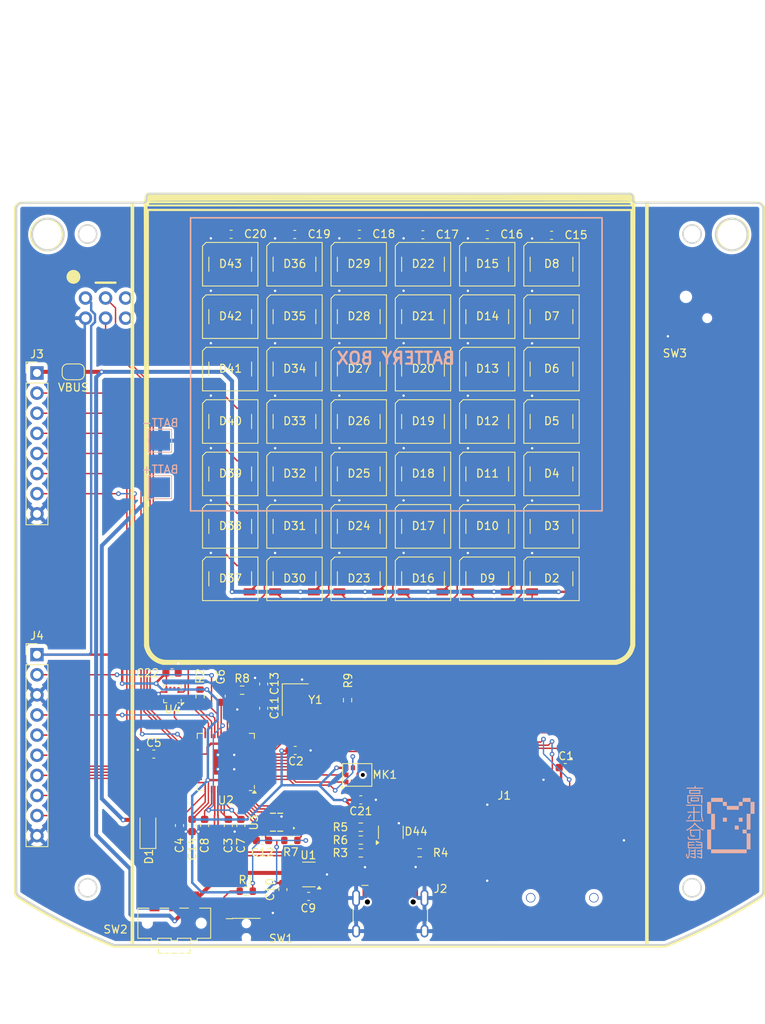
<source format=kicad_pcb>
(kicad_pcb (version 20241229) (generator "pcbnew") (generator_version "9.0")
  (title_block (title "Zippy Badge") (date "2025-04-28") (rev "1.1") (company "DCZia") (comment 1 "Proto Dos"))
  (layers (0 "F.Cu" signal) (2 "B.Cu" signal) (13 "F.Paste" user) (15 "B.Paste" user) (5 "F.SilkS" user "F.Silkscreen") (7 "B.SilkS" user "B.Silkscreen") (1 "F.Mask" user) (3 "B.Mask" user) (25 "Edge.Cuts" user))
  (net 0 "")
  (net 1 "GND")
  (net 2 "+3.3V")
  (net 3 "Net-(U2-VREG_VOUT)")
  (net 4 "VBUS")
  (net 5 "XTAL_IN")
  (net 6 "Net-(C13-Pad2)")
  (net 7 "Net-(D1-K)")
  (net 8 "Net-(D1-A)")
  (net 9 "Net-(D2-DIN)")
  (net 10 "Net-(D2-DOUT)")
  (net 11 "Net-(D3-DOUT)")
  (net 12 "Net-(D4-DOUT)")
  (net 13 "Net-(D5-DOUT)")
  (net 14 "Net-(D6-DOUT)")
  (net 15 "Net-(D7-DOUT)")
  (net 16 "Net-(D8-DOUT)")
  (net 17 "Net-(D10-DIN)")
  (net 18 "Net-(D10-DOUT)")
  (net 19 "Net-(D11-DOUT)")
  (net 20 "Net-(D12-DOUT)")
  (net 21 "Net-(D13-DOUT)")
  (net 22 "Net-(D14-DOUT)")
  (net 23 "Net-(D15-DOUT)")
  (net 24 "Net-(D16-DOUT)")
  (net 25 "Net-(D17-DOUT)")
  (net 26 "Net-(D18-DOUT)")
  (net 27 "Net-(D19-DOUT)")
  (net 28 "Net-(D20-DOUT)")
  (net 29 "Net-(D21-DOUT)")
  (net 30 "Net-(D22-DOUT)")
  (net 31 "Net-(D23-DOUT)")
  (net 32 "Net-(D24-DOUT)")
  (net 33 "Net-(D25-DOUT)")
  (net 34 "Net-(D26-DOUT)")
  (net 35 "Net-(D27-DOUT)")
  (net 36 "Net-(D28-DOUT)")
  (net 37 "Net-(D29-DOUT)")
  (net 38 "Net-(D30-DOUT)")
  (net 39 "Net-(D31-DOUT)")
  (net 40 "Net-(D32-DOUT)")
  (net 41 "Net-(D33-DOUT)")
  (net 42 "Net-(D34-DOUT)")
  (net 43 "Net-(D35-DOUT)")
  (net 44 "Net-(D36-DOUT)")
  (net 45 "Net-(D37-DOUT)")
  (net 46 "Net-(D38-DOUT)")
  (net 47 "Net-(D39-DOUT)")
  (net 48 "Net-(D40-DOUT)")
  (net 49 "Net-(D41-DOUT)")
  (net 50 "Net-(D42-DOUT)")
  (net 53 "SPI0_MISO")
  (net 56 "SPI0_MOSI")
  (net 57 "SD_CS")
  (net 58 "SPI0_SCK")
  (net 60 "Net-(J2-CC2)")
  (net 62 "Net-(J2-CC1)")
  (net 63 "SS")
  (net 64 "Net-(R1-Pad1)")
  (net 65 "Net-(U2-RUN)")
  (net 66 "GPIO24")
  (net 67 "RGB")
  (net 70 "GPIO28")
  (net 71 "GPIO27")
  (net 72 "DS2")
  (net 73 "GPIO26")
  (net 74 "Net-(J3-Pin_1)")
  (net 75 "GPIO25")
  (net 76 "DS0")
  (net 77 "SWCLK")
  (net 79 "GPIO20")
  (net 80 "SWD")
  (net 81 "Net-(D44-K-Pad1)")
  (net 82 "SDA")
  (net 83 "CLK")
  (net 84 "unconnected-(U2-GPIO15-Pad18)")
  (net 85 "GPIO21")
  (net 86 "I2S_DOUT")
  (net 87 "DS3")
  (net 88 "I2S_LRCLK")
  (net 89 "I2S_BCLK")
  (net 90 "USB_N")
  (net 91 "USB_P")
  (net 92 "DS1")
  (net 93 "SCL")
  (net 94 "XTAL_OUT")
  (net 95 "SAO1")
  (net 96 "SAO2")
  (net 97 "DPAD_A")
  (net 98 "DPAD_B")
  (net 99 "Net-(D44-K-Pad2)")
  (net 100 "DPAD_C")
  (net 101 "DPAD_CTR")
  (net 102 "DPAD_D")
  (net 103 "GPIO19")
  (net 109 "GPIO18")
  (net 110 "unconnected-(U2-GPIO14-Pad17)")
  (net 111 "GPIO22")
  (net 112 "GPIO23")
  (net 113 "unconnected-(U2-GPIO29_ADC3-Pad41)")
  (footprint "lib_fp:LED_WS2812B_PLCC4_5.0x5.0mm_P3.2mm_Update" (layer "F.Cu") (at 179.652 67.74 180)
    (property "Reference" "D5")
    (property "Value" "WS2812B")
  )
  (footprint "lib_fp:LED_WS2812B_PLCC4_5.0x5.0mm_P3.2mm_Update" (layer "F.Cu") (at 155.292 87.6 180)
    (property "Reference" "D23")
    (property "Value" "WS2812B")
  )
  (footprint "lib_fp:LED_WS2812B_PLCC4_5.0x5.0mm_P3.2mm_Update" (layer "F.Cu") (at 163.412 74.36 180)
    (property "Reference" "D18")
    (property "Value" "WS2812B")
  )
  (footprint "lib_fp:LED_WS2812B_PLCC4_5.0x5.0mm_P3.2mm_Update" (layer "F.Cu") (at 147.172 47.88 180)
    (property "Reference" "D36")
    (property "Value" "WS2812B")
  )
  (footprint "Capacitor_SMD:C_0603_1608Metric" (layer "F.Cu") (at 163.397 44.16)
    (property "Reference" "C17")
    (property "Value" "0.1uF")
  )
  (footprint "lib_fp:LED_WS2812B_PLCC4_5.0x5.0mm_P3.2mm_Update" (layer "F.Cu") (at 155.292 80.98 180)
    (property "Reference" "D24")
    (property "Value" "WS2812B")
  )
  (footprint "Fiducial:Fiducial_1mm_Mask2mm" (layer "F.Cu") (at 124.18 126.59 180)
    (property "Reference" "FID2" (hide yes))
    (property "Value" "Fiducial")
  )
  (footprint "Capacitor_SMD:C_0603_1608Metric" (layer "F.Cu") (at 131.705 99.48 180)
    (property "Reference" "C22")
    (property "Value" "0.1uF")
  )
  (footprint "lib_fp:LED_WS2812B_PLCC4_5.0x5.0mm_P3.2mm_Update" (layer "F.Cu") (at 179.652 54.5 180)
    (property "Reference" "D7")
    (property "Value" "WS2812B")
  )
  (footprint "Connector_USB:USB_C_Receptacle_HCTL_HC-TYPE-C-16P-01A" (layer "F.Cu") (at 159.282 131.005)
    (property "Reference" "J2")
    (property "Value" "USB-C")
  )
  (footprint "lib_fp:LED_WS2812B_PLCC4_5.0x5.0mm_P3.2mm_Update" (layer "F.Cu") (at 171.532 61.12 180)
    (property "Reference" "D13")
    (property "Value" "WS2812B")
  )
  (footprint "lib_fp:LED_WS2812B_PLCC4_5.0x5.0mm_P3.2mm_Update" (layer "F.Cu") (at 139.052 54.5 180)
    (property "Reference" "D42")
    (property "Value" "WS2812B")
  )
  (footprint "lib_fp:LED_WS2812B_PLCC4_5.0x5.0mm_P3.2mm_Update" (layer "F.Cu") (at 179.652 47.88 180)
    (property "Reference" "D8")
    (property "Value" "WS2812B")
  )
  (footprint "Package_TO_SOT_SMD:SOT-23-3" (layer "F.Cu") (at 159.342 119.61 90)
    (property "Reference" "D44")
    (property "Value" "SP0503BAHT")
  )
  (footprint "lib_fp:LED_WS2812B_PLCC4_5.0x5.0mm_P3.2mm_Update" (layer "F.Cu") (at 179.652 87.6 180)
    (property "Reference" "D2")
    (property "Value" "WS2812B")
  )
  (footprint "Package_TO_SOT_SMD:SOT-23-5" (layer "F.Cu") (at 148.9895 124.93 180)
    (property "Reference" "U1")
    (property "Value" "NCP115ASN330T2G")
  )
  (footprint "lib_fp:LED_WS2812B_PLCC4_5.0x5.0mm_P3.2mm_Update" (layer "F.Cu") (at 163.412 54.5 180)
    (property "Reference" "D21")
    (property "Value" "WS2812B")
  )
  (footprint "Resistor_SMD:R_0603_1608Metric" (layer "F.Cu") (at 141.077 127.04)
    (property "Reference" "R1")
    (property "Value" "1k")
  )
  (footprint "Capacitor_SMD:C_0603_1608Metric" (layer "F.Cu") (at 148.967 127.7)
    (property "Reference" "C9")
    (property "Value" "1uF")
  )
  (footprint "lib_fp:SKRHABE010" (layer "F.Cu") (at 197.986497 53.346497 -135)
    (property "Reference" "SW3")
    (property "Value" "SKRHABE010")
  )
  (footprint "Resistor_SMD:R_0603_1608Metric" (layer "F.Cu") (at 140.555 101.66 180)
    (property "Reference" "R8")
    (property "Value" "1k")
  )
  (footprint "Capacitor_SMD:C_0603_1608Metric" (layer "F.Cu") (at 134.23 118.745 90)
    (property "Reference" "C14")
    (property "Value" "1uF")
  )
  (footprint "lib_fp:LED_WS2812B_PLCC4_5.0x5.0mm_P3.2mm_Update" (layer "F.Cu") (at 139.052 47.88 180)
    (property "Reference" "D43")
    (property "Value" "WS2812B")
  )
  (footprint "Resistor_SMD:R_0603_1608Metric" (layer "F.Cu") (at 153.88 102.925 -90)
    (property "Reference" "R9")
    (property "Value" "10R")
  )
  (footprint "lib_fp:LED_WS2812B_PLCC4_5.0x5.0mm_P3.2mm_Update" (layer "F.Cu") (at 171.532 47.88 180)
    (property "Reference" "D15")
    (property "Value" "WS2812B")
  )
  (footprint "lib_fp:LED_WS2812B_PLCC4_5.0x5.0mm_P3.2mm_Update" (layer "F.Cu") (at 171.532 74.36 180)
    (property "Reference" "D11")
    (property "Value" "WS2812B")
  )
  (footprint "Capacitor_SMD:C_0603_1608Metric" (layer "F.Cu") (at 143.28 103.945 90)
    (property "Reference" "C11")
    (property "Value" "15pF")
  )
  (footprint "lib_fp:SW_SPDT_CK-JS102011SAQN" (layer "F.Cu") (at 131.982 131.08)
    (property "Reference" "SW2")
    (property "Value" "SW_SPDT")
  )
  (footprint "lib_fp:LED_WS2812B_PLCC4_5.0x5.0mm_P3.2mm_Update" (layer "F.Cu") (at 171.532 54.5 180)
    (property "Reference" "D14")
    (property "Value" "WS2812B")
  )
  (footprint "Capacitor_SMD:C_0603_1608Metric" (layer "F.Cu") (at 129.395 109.73)
    (property "Reference" "C5")
    (property "Value" "0.1uF")
  )
  (footprint "lib_fp:LED_WS2812B_PLCC4_5.0x5.0mm_P3.2mm_Update" (layer "F.Cu") (at 147.172 61.12 180)
    (property "Reference" "D34")
    (property "Value" "WS2812B")
  )
  (footprint "Capacitor_SMD:C_0603_1608Metric" (layer "F.Cu") (at 143.125 120.63)
    (property "Reference" "C12")
    (property "Value" "0.1uF")
  )
  (footprint "Crystal:Crystal_SMD_Abracon_ABM8G-4Pin_3.2x2.5mm" (layer "F.Cu") (at 147.28 102.86 -90)
    (property "Reference" "Y1")
    (property "Value" "ABM8-272-T3")
  )
  (footprint "lib_fp:LED_WS2812B_PLCC4_5.0x5.0mm_P3.2mm_Update" (layer "F.Cu") (at 155.292 74.36 180)
    (property "Reference" "D25")
    (property "Value" "WS2812B")
  )
  (footprint "lib_fp:LED_WS2812B_PLCC4_5.0x5.0mm_P3.2mm_Update" (layer "F.Cu") (at 155.292 67.74 180)
    (property "Reference" "D26")
    (property "Value" "WS2812B")
  )
  (footprint "lib_fp:LED_WS2812B_PLCC4_5.0x5.0mm_P3.2mm_Update" (layer "F.Cu") (at 163.412 47.88 180)
    (property "Reference" "D22")
    (property "Value" "WS2812B")
  )
  (footprint "lib_fp:LED_WS2812B_PLCC4_5.0x5.0mm_P3.2mm_Update" (layer "F.Cu") (at 139.052 61.12 180)
    (property "Reference" "D41")
    (property "Value" "WS2812B")
  )
  (footprint "Capacitor_SMD:C_0603_1608Metric" (layer "F.Cu") (at 171.547 44.14)
    (property "Reference" "C16")
    (property "Value" "0.1uF")
  )
  (footprint "lib_fp:LED_WS2812B_PLCC4_5.0x5.0mm_P3.2mm_Update" (layer "F.Cu") (at 147.172 74.36 180)
    (property "Reference" "D32")
    (property "Value" "WS2812B")
  )
  (footprint "Capacitor_SMD:C_0603_1608Metric" (layer "F.Cu") (at 137.91 102.415 -90)
    (property "Reference" "C6")
    (property "Value" "0.1uF")
  )
  (footprint "lib_fp:W25Q16JVUXIQ_WIN" (layer "F.Cu") (at 144.9131 118.33 180)
    (property "Reference" "U3")
    (property "Value" "W25Q32RV")
  )
  (footprint "Diode_SMD:D_SOD-123F" (layer "F.Cu") (at 128.65 119.4375 90)
    (property "Reference" "D1")
    (property "Value" "D_Schottky")
  )
  (footprint "lib_fp:Front Silk 2" (layer "F.Cu") (at 158.980885 82.716672)
    (property "Reference" "G***" (hide yes))
    (property "Value" "LOGO" (hide yes))
  )
  (footprint "lib_fp:MicroSD-Socket-Seeed-320090008" (layer "F.Cu") (at 181.952 127.87)
    (property "Reference" "J1")
    (property "Value" "Micro_SD_Card_SPI" (hide yes))
  )
  (footprint "lib_fp:Badgelife-Shitty-v1.69bis" (layer "F.Cu") (at 123.3 53.42)
    (property "Reference" "X1" (hide yes))
    (property "Value" "Badgelife_sao_connector_v169bis" (hide yes))
  )
  (footprint "lib_fp:LED_WS2812B_PLCC4_5.0x5.0mm_P3.2mm_Update" (layer "F.Cu") (at 179.652 80.98 180)
    (property "Reference" "D3")
    (property "Value" "WS2812B")
  )
  (footprint "Capacitor_SMD:C_0603_1608Metric" (layer "F.Cu") (at 155.555 115.51 180)
    (property "Reference" "C21")
    (property "Value" "0.1uF")
  )
  (footprint "lib_fp:LED_WS2812B_PLCC4_5.0x5.0mm_P3.2mm_Update" (layer "F.Cu") (at 139.052 87.6 180)
    (property "Reference" "D37")
    (property "Value" "WS2812B")
  )
  (footprint "Connector_PinHeader_2.54mm:PinHeader_1x10_P2.54mm_Vertical" (layer "F.Cu") (at 114.632 97.17325)
    (property "Reference" "J4")
    (property "Value" "Conn_01x10")
  )
  (footprint "Capacitor_SMD:C_0603_1608Metric" (layer "F.Cu") (at 145.71 126.835 90)
    (property "Reference" "C10")
    (property "Value" "1uF")
  )
  (footprint "Jumper:SolderJumper-2_P1.3mm_Open_RoundedPad1.0x1.5mm" (layer "F.Cu") (at 119.21 61.47 180)
    (property "Reference" "JP2" (hide yes))
    (property "Value" "SolderJumper_2_Open")
  )
  (footprint "lib_fp:LED_WS2812B_PLCC4_5.0x5.0mm_P3.2mm_Update" (layer "F.Cu") (at 179.652 61.12 180)
    (property "Reference" "D6")
    (property "Value" "WS2812B")
  )
  (footprint "Resistor_SMD:R_0603_1608Metric" (layer "F.Cu") (at 155.552 122.21 180)
    (property "Reference" "R3")
    (property "Value" "5.1k")
  )
  (footprint "lib_fp:LED_WS2812B_PLCC4_5.0x5.0mm_P3.2mm_Update" (layer "F.Cu") (at 163.412 80.98 180)
    (property "Reference" "D17")
    (property "Value" "WS2812B")
  )
  (footprint "lib_fp:LED_WS2812B_PLCC4_5.0x5.0mm_P3.2mm_Update" (layer "F.Cu") (at 147.172 67.74 180)
    (property "Reference" "D33")
    (property "Value" "WS2812B")
  )
  (footprint "Resistor_SMD:R_0603_1608Metric" (layer "F.Cu") (at 135.24 102.415 90)
    (property "Reference" "R2")
    (property "Value" "10k")
  )
  (footprint "lib_fp:LED_WS2812B_PLCC4_5.0x5.0mm_P3.2mm_Update" (layer "F.Cu") (at 155.292 54.5 180)
    (property "Reference" "D28")
    (property "Value" "WS2812B")
  )
  (footprint "lib_fp:LED_WS2812B_PLCC4_5.0x5.0mm_P3.2mm_Update" (layer "F.Cu") (at 147.172 54.5 180)
    (property "Reference" "D35")
    (property "Value" "WS2812B")
  )
  (footprint "Package_DFN_QFN:QFN-56-1EP_7x7mm_P0.4mm_EP3.2x3.2mm" (layer "F.Cu") (at 138.495 110.7275 180)
    (property "Reference" "U2")
    (property "Value" "RP2040")
  )
  (footprint "Resistor_SMD:R_0603_1608Metric" (layer "F.Cu") (at 155.552 118.96 180)
    (property "Reference" "R5")
    (property "Value" "27R")
  )
  (footprint "Capacitor_SMD:C_0603_1608Metric" (layer "F.Cu") (at 140.4 118.745 90)
    (property "Reference" "C7")
    (property "Value" "0.1uF")
  )
  (footprint "lib_fp:LED_WS2812B_PLCC4_5.0x5.0mm_P3.2mm_Update" (layer "F.Cu") (at 171.532 80.98 180)
    (property "Reference" "D10")
    (property "Value" "WS2812B")
  )
  (footprint "Capacitor_SMD:C_0603_1608Metric" (layer "F.Cu") (at 138.815 118.745 90)
    (property "Reference" "C3")
    (property "Value" "0.1uF")
  )
  (footprint "Resistor_SMD:R_0603_1608Metric" (layer "F.Cu") (at 146.715 120.63 180)
    (property "Reference" "R7")
    (property "Value" "10k")
  )
  (footprint "Capacitor_SMD:C_0603_1608Metric" (layer "F.Cu") (at 179.667 44.23)
    (property "Reference" "C15")
    (property "Value" "0.1uF")
  )
  (footprint "Capacitor_SMD:C_0603_1608Metric" (layer "F.Cu") (at 143.28 100.885 -90)
    (property "Reference" "C13")
    (property "Value" "15pF")
  )
  (footprint "Capacitor_SMD:C_0603_1608Metric" (layer "F.Cu") (at 132.64 118.745 90)
    (property "Reference" "C4")
    (property "Value" "0.1uF")
  )
  (footprint "lib_fp:LED_WS2812B_PLCC4_5.0x5.0mm_P3.2mm_Update" (layer "F.Cu") (at 171.532 87.6 180)
    (property "Reference" "D9")
    (property "Value" "WS2812B")
  )
  (footprint "Capacitor_SMD:C_0603_1608Metric" (layer "F.Cu") (at 147.265 109.27 180)
    (property "Reference" "C2")
    (property "Value" "0.1uF")
  )
  (footprint "lib_fp:LED_WS2812B_PLCC4_5.0x5.0mm_P3.2mm_Update" (layer "F.Cu") (at 139.052 80.98 180)
    (property "Reference" "D38")
    (property "Value" "WS2812B")
  )
  (footprint "Button_Switch_SMD:SW_SPST_EVQP7C" (layer "F.Cu") (at 141.092 132.02)
    (property "Reference" "SW1")
    (property "Value" "Boot Select")
  )
  (footprint "Fiducial:Fiducial_1mm_Mask2mm" (layer "F.Cu") (at 193.83 44.15 180)
    (property "Reference" "FID3" (hide yes))
    (property "Value" "Fiducial")
  )
  (footprint "lib_fp:LED_WS2812B_PLCC4_5.0x5.0mm_P3.2mm_Update" (layer "F.Cu") (at 163.412 87.6 180)
    (property "Reference" "D16")
    (property "Value" "WS2812B")
  )
  (footprint "Capacitor_SMD:C_0603_1608Metric" (layer "F.Cu") (at 135.815 118.745 90)
    (property "Reference" "C8")
    (property "Value" "1uF")
  )
  (footprint "Fiducial:Fiducial_1mm_Mask2mm" (layer "F.Cu") (at 189.26 110.64 180)
    (property "Reference" "FID1" (hide yes))
    (property "Value" "Fiducial")
  )
  (footprint "lib_fp:LED_WS2812B_PLCC4_5.0x5.0mm_P3.2mm_Update" (layer "F.Cu") (at 179.652 74.36 180)
    (property "Reference" "D4")
    (property "Value" "WS2812B")
  )
  (footprint "lib_fp:LED_WS2812B_PLCC4_5.0x5.0mm_P3.2mm_Update" (layer "F.Cu") (at 163.412 61.12 180)
    (property "Reference" "D20")
    (property "Value" "WS2812B")
  )
  (footprint "Capacitor_SMD:C_0603_1608Metric" (layer "F.Cu") (at 155.377 44.1)
    (property "Reference" "C18")
    (property "Value" "0.1uF")
  )
  (footprint "Fiducial:Fiducial_1mm_Mask2mm" (layer "F.Cu") (at 124.49 44.15 180)
    (property "Reference" "FID4" (hide yes))
    (property "Value" "Fiducial")
  )
  (footprint "Resistor_SMD:R_0603_1608Metric" (layer "F.Cu") (at 163.002 122.19)
    (property "Reference" "R4")
    (property "Value" "5.1k")
  )
  (footprint "lib_fp:LED_WS2812B_PLCC4_5.0x5.0mm_P3.2mm_Update" (layer "F.Cu") (at 171.532 67.74 180)
    (property "Reference" "D12")
    (property "Value" "WS2812B")
  )
  (footprint "Capacitor_SMD:C_0603_1608Metric" (layer "F.Cu") (at 147.207 44.12)
    (property "Reference" "C19")
    (property "Value" "0.1uF")
  )
  (footprint "Resistor_SMD:R_0603_1608Metric" (layer "F.Cu") (at 155.552 120.585)
    (property "Reference" "R6")
    (property "Value" "27R")
  )
  (footprint "lib_fp:LED_WS2812B_PLCC4_5.0x5.0mm_P3.2mm_Update" (layer "F.Cu") (at 139.052 67.74 180)
    (property "Reference" "D40")
    (property "Value" "WS2812B")
  )
  (footprint "Capacitor_SMD:C_0603_1608Metric" (layer "F.Cu") (at 181.395 111.43 180)
    (property "Reference" "C1")
    (property "Value" "0.1uF")
  )
  (footprint "lib_fp:LED_WS2812B_PLCC4_5.0x5.0mm_P3.2mm_Update" (layer "F.Cu") (at 163.412 67.74 180)
    (property "Reference" "D19")
    (property "Value" "WS2812B")
  )
  (footprint "lib_fp:LED_WS2812B_PLCC4_5.0x5.0mm_P3.2mm_Update" (layer "F.Cu") (at 147.172 87.6 180)
    (property "Reference" "D30")
    (property "Value" "WS2812B")
  )
  (footprint "Sensor_Audio:InvenSense_ICS-43434-6_3.5x2.65mm" (layer "F.Cu") (at 155.1 112.3625 90)
    (property "Reference" "MK1")
    (property "Value" "ICS-43434")
  )
  (footprint "lib_fp:LED_WS2812B_PLCC4_5.0x5.0mm_P3.2mm_Update" (layer "F.Cu") (at 155.292 61.12 180)
    (property "Reference" "D27")
    (property "Value" "WS2812B")
  )
  (footprint "Package_LGA:Kionix_LGA-12_2x2mm_P0.5mm_LayoutBorder2x4y" (layer "F.Cu") (at 131.7475 102.14 180)
    (property "Reference" "U4")
    (property "Value" "GSDA213")
  )
  (footprint "Connector_PinHeader_2.54mm:PinHeader_1x08_P2.54mm_Vertical" (layer "F.Cu") (at 114.632 61.61325)
    (property "Reference" "J3")
    (property "Value" "Conn_01x08")
  )
  (footprint "lib_fp:LED_WS2812B_PLCC4_5.0x5.0mm_P3.2mm_Update" (layer "F.Cu") (at 155.292 47.88 180)
    (property "Reference" "D29")
    (property "Value" "WS2812B")
  )
  (footprint "lib_fp:LED_WS2812B_PLCC4_5.0x5.0mm_P3.2mm_Update" (layer "F.Cu") (at 147.172 80.98 180)
    (property "Reference" "D31")
    (property "Value" "WS2812B")
  )
  (footprint "Capacitor_SMD:C_0603_1608Metric" (layer "F.Cu") (at 139.167 44.1)
    (property "Reference" "C20")
    (property "Value" "0.1uF")
  )
  (footprint "lib_fp:LED_WS2812B_PLCC4_5.0x5.0mm_P3.2mm_Update" (layer "F.Cu") (at 139.052 74.36 180)
    (property "Reference" "D39")
    (property "Value" "WS2812B")
  )
  (footprint "TestPoint:TestPoint_Pad_2.5x2.5mm" (layer "B.Cu") (at 130.2 70.16)
    (property "Reference" "TP2" (hide yes))
    (property "Value" "BATT-")
  )
  (footprint "TestPoint:TestPoint_Pad_2.5x2.5mm" (layer "B.Cu") (at 130.2 76.04)
    (property "Reference" "TP1" (hide yes))
    (property "Value" "BATT+")
  )
  (footprint "lib_fp:hamster" (layer "B.Cu") (at 200.988 118.33 180)
    (property "Reference" "G***" (hide yes))
    (property "Value" "LOGO" (hide yes))
  )
  (gr_rect (start 134.04 42.02) (end 186.04 79.02) (stroke (width 0.2)) (fill no) (layer "B.SilkS"))
  (gr_curve (pts (xy 206.317685 127.38315) (xy 206.278755 127.454464) (xy 206.238448 127.510619) (xy 206.194006 127.558334)) (stroke (width 0.25)) (layer "Edge.Cuts"))
  (gr_curve (pts (xy 112.384745 127.6734) (xy 112.326523 127.636882) (xy 112.274157 127.593301) (xy 112.22696 127.543864)) (stroke (width 0.25)) (layer "Edge.Cuts"))
  (gr_line (start 128.469207 39.719518) (end 128.469207 39.378135) (stroke (width 0.25)) (layer "Edge.Cuts"))
  (gr_curve (pts (xy 206.354203 40.600678) (xy 206.391066 40.690251) (xy 206.411736 40.79481) (xy 206.411736 40.898162)) (stroke (width 0.25)) (layer "Edge.Cuts"))
  (gr_circle (center 121.03 44.07) (end 119.88 44.07) (stroke (width 0.2)) (fill no) (layer "Edge.Cuts"))
  (gr_curve (pts (xy 112.120162 127.395897) (xy 112.095357 127.351456) (xy 112.069863 127.296506) (xy 112.048848 127.213996)) (stroke (width 0.25)) (layer "Edge.Cuts"))
  (gr_curve (pts (xy 112.506012 40.179516) (xy 112.594896 40.142653) (xy 112.698249 40.121982) (xy 112.798846 40.121982)) (stroke (width 0.25)) (layer "Edge.Cuts"))
  (gr_curve (pts (xy 124.418653 133.834328) (xy 122.604974 133.104179) (xy 120.808065 132.298866) (xy 119.056861 131.43131)) (stroke (width 0.25)) (layer "Edge.Cuts"))
  (gr_line (start 112.798846 40.121982) (end 128.066742 40.121982) (stroke (width 0.25)) (layer "Edge.Cuts"))
  (gr_circle (center 197.42 126.61) (end 196.27 126.61) (stroke (width 0.2)) (fill no) (layer "Edge.Cuts"))
  (gr_curve (pts (xy 206.194006 127.558334) (xy 206.160244 127.593646) (xy 206.108223 127.63671) (xy 206.055513 127.669782)) (stroke (width 0.25)) (layer "Edge.Cuts"))
  (gr_line (start 112.080199 40.604985) (end 112.153924 40.464597) (stroke (width 0.25)) (layer "Edge.Cuts"))
  (gr_line (start 206.411736 40.898162) (end 206.411736 127.018315) (stroke (width 0.25)) (layer "Edge.Cuts"))
  (gr_line (start 112.039202 40.738827) (end 112.080199 40.604985) (stroke (width 0.25)) (layer "Edge.Cuts"))
  (gr_curve (pts (xy 189.965539 39.724798) (xy 189.965539 39.944157) (xy 190.143365 40.121982) (xy 190.362724 40.121982)) (stroke (width 0.25)) (layer "Edge.Cuts"))
  (gr_line (start 112.022665 40.898162) (end 112.039202 40.738827) (stroke (width 0.25)) (layer "Edge.Cuts"))
  (gr_curve (pts (xy 199.374784 131.43286) (xy 197.626568 132.299089) (xy 195.831218 133.103324) (xy 194.019842 133.832113)) (stroke (width 0.25)) (layer "Edge.Cuts"))
  (gr_curve (pts (xy 189.565043 38.979072) (xy 189.786231 38.979072) (xy 189.965539 39.15838) (xy 189.965539 39.379568)) (stroke (width 0.25)) (layer "Edge.Cuts"))
  (gr_line (start 206.064815 40.252552) (end 206.180915 40.346258) (stroke (width 0.25)) (layer "Edge.Cuts"))
  (gr_curve (pts (xy 128.469207 39.378135) (xy 128.469207 39.157739) (xy 128.647873 38.979072) (xy 128.86827 38.979072)) (stroke (width 0.25)) (layer "Edge.Cuts"))
  (gr_curve (pts (xy 206.411736 127.018315) (xy 206.411736 127.080499) (xy 206.403123 127.144922) (xy 206.386587 127.209862)) (stroke (width 0.25)) (layer "Edge.Cuts"))
  (gr_line (start 189.965539 39.379568) (end 189.965539 39.724798) (stroke (width 0.25)) (layer "Edge.Cuts"))
  (gr_curve (pts (xy 112.22696 127.543864) (xy 112.191131 127.505624) (xy 112.148411 127.447918) (xy 112.120162 127.395897)) (stroke (width 0.25)) (layer "Edge.Cuts"))
  (gr_circle (center 116.022665 44.123711) (end 118.022665 44.123711) (stroke (width 0.25)) (fill no) (layer "Edge.Cuts"))
  (gr_line (start 206.282201 40.468731) (end 206.354203 40.600678) (stroke (width 0.25)) (layer "Edge.Cuts"))
  (gr_curve (pts (xy 128.066742 40.121982) (xy 128.289017 40.121982) (xy 128.469207 39.941793) (xy 128.469207 39.719518)) (stroke (width 0.25)) (layer "Edge.Cuts"))
  (gr_circle (center 202.411736 44.123711) (end 204.411736 44.123711) (stroke (width 0.25)) (fill no) (layer "Edge.Cuts"))
  (gr_curve (pts (xy 206.055513 127.669782) (xy 203.917142 129.024911) (xy 201.671285 130.289778) (xy 199.374784 131.43286)) (stroke (width 0.25)) (layer "Edge.Cuts"))
  (gr_line (start 205.635901 40.121982) (end 205.791619 40.138691) (stroke (width 0.25)) (layer "Edge.Cuts"))
  (gr_line (start 112.022665 127.018315) (end 112.022665 40.898162) (stroke (width 0.25)) (layer "Edge.Cuts"))
  (gr_line (start 205.938035 40.184855) (end 206.064815 40.252552) (stroke (width 0.25)) (layer "Edge.Cuts"))
  (gr_curve (pts (xy 206.386587 127.209862) (xy 206.370739 127.271702) (xy 206.347313 127.330268) (xy 206.317685 127.38315)) (stroke (width 0.25)) (layer "Edge.Cuts"))
  (gr_line (start 128.86827 38.979072) (end 189.565043 38.979072) (stroke (width 0.25)) (layer "Edge.Cuts"))
  (gr_curve (pts (xy 206.180915 40.346258) (xy 206.215021 40.379676) (xy 206.240859 40.407236) (xy 206.282201 40.468731)) (stroke (width 0.25)) (layer "Edge.Cuts"))
  (gr_line (start 112.153924 40.464597) (end 112.254865 40.342469) (stroke (width 0.25)) (layer "Edge.Cuts"))
  (gr_circle (center 197.42 44.07) (end 196.27 44.07) (stroke (width 0.2)) (fill no) (layer "Edge.Cuts"))
  (gr_curve (pts (xy 112.254865 40.342469) (xy 112.327556 40.274083) (xy 112.414028 40.217928) (xy 112.506012 40.179516)) (stroke (width 0.25)) (layer "Edge.Cuts"))
  (gr_curve (pts (xy 112.048848 127.213996) (xy 112.031278 127.144922) (xy 112.022665 127.080499) (xy 112.022665 127.018315)) (stroke (width 0.25)) (layer "Edge.Cuts"))
  (gr_line (start 205.791619 40.138691) (end 205.938035 40.184855) (stroke (width 0.25)) (layer "Edge.Cuts"))
  (gr_curve (pts (xy 119.056861 131.43131) (xy 116.763117 130.289778) (xy 114.517259 129.024911) (xy 112.384745 127.6734)) (stroke (width 0.25)) (layer "Edge.Cuts"))
  (gr_line (start 194.019842 133.832113) (end 124.418653 133.834328) (stroke (width 0.25)) (layer "Edge.Cuts"))
  (gr_line (start 190.362724 40.121982) (end 205.635901 40.121982) (stroke (width 0.25)) (layer "Edge.Cuts"))
  (gr_circle (center 121.03 126.61) (end 119.88 126.61) (stroke (width 0.2)) (fill no) (layer "Edge.Cuts"))
  (gr_text "BATTERY BOX" (at 167.62 60.63 0) (layer "B.SilkS") (effects (font (size 1.5 1.5) (thickness 0.3) (bold yes)) (justify left bottom mirror)))
  (segment (start 169.092 72.71) (end 169.092 71.11) (width 0.2) (layer "F.Cu") (net 1))
  (segment (start 182.17 111.43) (end 182.17 110.3) (width 0.3048) (layer "F.Cu") (net 1))
  (segment (start 170.772 44.14) (end 169.562 44.14) (width 0.2) (layer "F.Cu") (net 1))
  (segment (start 139.8019 131.0301) (end 139.292 131.54) (width 0.1778) (layer "F.Cu") (net 1))
  (segment (start 152.842 46.21) (end 152.842 44.61) (width 0.2) (layer "F.Cu") (net 1))
  (segment (start 144.722 59.46) (end 144.722 57.86) (width 0.2) (layer "F.Cu") (net 1))
  (segment (start 148.13 101.76) (end 148.13 100.32) (width 0.1778) (layer "F.Cu") (net 1))
  (segment (start 128.62 109.73) (end 127.91 109.73) (width 0.1778) (layer "F.Cu") (net 1))
  (segment (start 148.04 109.27) (end 149.21 109.27) (width 0.1778) (layer "F.Cu") (net 1))
  (segment (start 163.827 122.645) (end 162.482 123.99) (width 0.2) (layer "F.Cu") (net 1))
  (segment (start 152.842 85.93) (end 152.842 84.33) (width 0.2) (layer "F.Cu") (net 1))
  (segment (start 137.112 44.1) (end 138.392 44.1) (width 0.2) (layer "F.Cu") (net 1))
  (segment (start 156.33 115.51) (end 157.44 115.51) (width 0.2032) (layer "F.Cu") (net 1))
  (segment (start 139.292 131.3) (end 140.173 130.419) (width 0.2) (layer "F.Cu") (net 1))
  (segment (start 169.082 66.08) (end 169.082 64.48) (width 0.2) (layer "F.Cu") (net 1))
  (segment (start 160.962 52.83) (end 160.962 51.23) (width 0.2) (layer "F.Cu") (net 1))
  (segment (start 160.962 66.07) (end 160.962 64.47) (width 0.2) (layer "F.Cu") (net 1))
  (segment (start 136.602 59.45) (end 136.602 57.85) (width 0.2) (layer "F.Cu") (net 1))
  (segment (start 144.43 129.8) (end 144.44 129.79) (width 0.254) (layer "F.Cu") (net 1))
  (segment (start 155.999705 111.7) (end 156.4126 112.112895) (width 0.2032) (layer "F.Cu") (net 1))
  (segment (start 157.44 115.51) (end 157.45 115.5) (width 0.2032) (layer "F.Cu") (net 1))
  (segment (start 146.3115 117.579999) (end 145.57201 117.579999) (width 0.1778) (layer "F.Cu") (net 1))
  (segment (start 162.482 123.99) (end 162.482 127.26) (width 0.3048) (layer "F.Cu") (net 1))
  (segment (start 144.04 103.96) (end 143.28 104.72) (width 0.1778) (layer "F.Cu") (net 1))
  (segment (start 177.202 52.85) (end 177.202 51.25) (width 0.2) (layer "F.Cu") (net 1))
  (segment (start 137.91 101.64) (end 137.91 100.2) (width 0.2) (layer "F.Cu") (net 1))
  (segment (start 139.292 131.54) (end 139.03654 131.54) (width 0.1778) (layer "F.Cu") (net 1))
  (segment (start 174.202 117.87) (end 173.29 117.87) (width 0.1778) (layer "F.Cu") (net 1))
  (segment (start 144.722 85.94) (end 144.722 84.34) (width 0.2) (layer "F.Cu") (net 1))
  (segment (start 188.802 120.62) (end 188.802 124.82) (width 0.1778) (layer "F.Cu") (net 1))
  (segment (start 174.202 127.47) (end 173.28 127.47) (width 0.1778) (layer "F.Cu") (net 1))
  (segment (start 188.802 117.87) (end 188.802 120.62) (width 0.1778) (layer "F.Cu") (net 1))
  (segment (start 136.612 72.7) (end 136.612 71.1) (width 0.2) (layer "F.Cu") (net 1))
  (segment (start 160.962 85.93) (end 160.962 84.33) (width 0.2) (layer "F.Cu") (net 1))
  (segment (start 160.962 59.45) (end 160.962 57.85) (width 0.2) (layer "F.Cu") (net 1))
  (segment (start 161.412 44.16) (end 160.962 44.61) (width 0.2) (layer "F.Cu") (net 1))
  (segment (start 133.44 119.52) (end 132.64 119.52) (width 0.1778) (layer "F.Cu") (net 1))
  (segment (start 144.722 52.84) (end 144.722 51.24) (width 0.2) (layer "F.Cu") (net 1))
  (segment (start 145.57201 117.579999) (end 145.533109 117.6189) (width 0.1778) (layer "F.Cu") (net 1))
  (segment (start 140.4 119.52) (end 139.61 119.52) (width 0.1778) (layer "F.Cu") (net 1))
  (segment (start 178.652 112.792) (end 178.64 112.78) (width 0.1778) (layer "F.Cu") (net 1))
  (segment (start 177.602 44.23) (end 177.202 44.63) (width 0.2) (layer "F.Cu") (net 1))
  (segment (start 177.202 79.32) (end 177.202 77.72) (width 0.2) (layer "F.Cu") (net 1))
  (segment (start 177.202 46.23) (end 177.202 44.63) (width 0.2) (layer "F.Cu") (net 1))
  (segment (start 159.342 118.4725) (end 160.3475 118.4725) (width 0.2032) (layer "F.Cu") (net 1))
  (segment (start 136.602 79.3) (end 136.602 77.7) (width 0.2) (layer "F.Cu") (net 1))
  (segment (start 132.48 99.48) (end 132.48 98.31) (width 0.1778) (layer "F.Cu") (net 1))
  (segment (start 152.842 66.07) (end 152.842 64.47) (width 0.2) (layer "F.Cu") (net 1))
  (segment (start 156.4126 115.4274) (end 156.33 115.51) (width 0.2032) (layer "F.Cu") (net 1))
  (segment (start 154.727 122.655) (end 156.082 124.01) (width 0.2) (layer "F.Cu") (net 1))
  (segment (start 173.29 117.87) (end 171.54 116.12) (width 0.1778) (layer "F.Cu") (net 1))
  (segment (start 153.352 44.1) (end 152.842 44.61) (width 0.2) (layer "F.Cu") (net 1))
  (segment (start 177.202 66.09) (end 177.202 64.49) (width 0.2) (layer "F.Cu") (net 1))
  (segment (start 146.43 103.96) (end 144.78 103.96) (width 0.1778) (layer "F.Cu") (net 1))
  (segment (start 145.71 128.52) (end 144.44 129.79) (width 0.254) (layer "F.Cu") (net 1))
  (segment (start 160.962 46.21) (end 160.962 44.61) (width 0.2) (layer "F.Cu") (net 1))
  (segment (start 169.082 59.46) (end 169.082 57.86) (width 0.2) (layer "F.Cu") (net 1))
  (segment (start 152.842 79.3) (end 152.842 77.7) (width 0.2) (layer "F.Cu") (net 1))
  (segment (start 189.702 125.72) (end 189.702 127.47) (width 0.1778) (layer "F.Cu") (net 1))
  (segment (start 169.082 79.31) (end 169.082 77.71) (width 0.2) (layer "F.Cu") (net 1))
  (segment (start 177.212 72.72) (end 177.212 71.12) (width 0.2) (layer "F.Cu") (net 1))
  (segment (start 144.732 72.71) (end 144.732 71.11) (width 0.2) (layer "F.Cu") (net 1))
  (segment (start 143.28 100.11) (end 142.19 100.11) (width 0.1778) (layer "F.Cu") (net 1))
  (segment (start 145.8 127.7) (end 145.71 127.61) (width 0.254) (layer "F.Cu") (net 1))
  (segment (start 144.722 46.22) (end 144.722 44.62) (width 0.2) (layer "F.Cu") (net 1))
  (segment (start 134.23 119.52) (end 133.44 119.52) (width 0.1778) (layer "F.Cu") (net 1))
  (segment (start 178.652 117.37) (end 178.652 112.792) (width 0.1778) (layer "F.Cu") (net 1))
  (segment (start 178.892 44.23) (end 177.602 44.23) (width 0.2) (layer "F.Cu") (net 1))
  (segment (start 146.432 44.12) (end 145.222 44.12) (width 0.2) (layer "F.Cu") (net 1))
  (segment (start 136.602 44.61) (end 137.112 44.1) (width 0.2) (layer "F.Cu") (net 1))
  (segment (start 169.082 85.94) (end 169.082 84.34) (width 0.2) (layer "F.Cu") (net 1))
  (segment (start 195.45859 55.874404) (end 195.45859 55.88141) (width 0.2) (layer "F.Cu") (net 1))
  (segment (start 144.722 66.08) (end 144.722 64.48) (width 0.2) (layer "F.Cu") (net 1))
  (segment (start 145.222 44.12) (end 144.722 44.62) (width 0.2) (layer "F.Cu") (net 1))
  (segment (start 169.082 46.22) (end 169.082 44.62) (width 0.2) (layer "F.Cu") (net 1))
  (segment (start 177.202 85.95) (end 177.202 84.35) (width 0.2) (layer "F.Cu") (net 1))
  (segment (start 152.842 52.83) (end 152.842 51.23) (width 0.2) (layer "F.Cu") (net 1))
  (segment (start 139.61 119.52) (end 138.815 119.52) (width 0.1778) (layer "F.Cu") (net 1))
  (segment (start 144.722 79.31) (end 144.722 77.71) (width 0.2) (layer "F.Cu") (net 1))
  (segment (start 139.495 107.29) (end 139.495 104.553536) (width 0.2) (layer "F.Cu") (net 1))
  (segment (start 160.3475 118.4725) (end 160.36 118.46) (width 0.2032) (layer "F.Cu") (net 1))
  (segment (start 130.27 101.89) (end 129.99 102.17) (width 0.1778) (layer "F.Cu") (net 1))
  (segment (start 140.173 130.419) (end 142.011 130.419) (width 0.2) (layer "F.Cu") (net 1))
  (segment (start 136.602 85.93) (end 136.602 84.33) (width 0.2) (layer "F.Cu") (net 1))
  (segment (start 163.827 122.19) (end 163.827 122.645) (width 0.2) (layer "F.Cu") (net 1))
  (segment (start 148.192 127.7) (end 145.8 127.7) (width 0.254) (layer "F.Cu") (net 1))
  (segment (start 132.51 103.7936) (end 132.5864 103.87) (width 0.1778) (layer "F.Cu") (net 1))
  (segment (start 145.71 127.61) (end 145.71 128.52) (width 0.254) (layer "F.Cu") (net 1))
  (segment (start 135.03 119.52) (end 134.23 119.52) (width 0.1778) (layer "F.Cu") (net 1))
  (segment (start 169.082 52.84) (end 169.082 51.24) (width 0.2) (layer "F.Cu") (net 1))
  (segment (start 155.81 111.7) (end 155.999705 111.7) (width 0.2032) (layer "F.Cu") (net 1))
  (segment (start 142.011 130.419) (end 142.892 131.3) (width 0.2) (layer "F.Cu") (net 1))
  (segment (start 130.985 101.89) (end 130.27 101.89) (width 0.1778) (layer "F.Cu") (net 1))
  (segment (start 144.78 103.96) (end 144.04 103.96) (width 0.1778) (layer "F.Cu") (net 1))
  (segment (start 154.602 44.1) (end 153.352 44.1) (width 0.2) (layer "F.Cu") (net 1))
  (segment (start 139.85 120.63) (end 142.35 120.63) (width 0.1778) (layer "F.Cu") (net 1))
  (segment (start 132.51 102.89) (end 132.51 103.7936) (width 0.1778) (layer "F.Cu") (net 1))
  (segment (start 127.91 109.73) (end 127.37 109.19) (width 0.1778) (layer "F.Cu") (net 1))
  (segment (start 162.622 44.16) (end 161.412 44.16) (width 0.2) (layer "F.Cu") (net 1))
  (segment (start 195.45859 55.88141) (end 194.36 56.98) (width 0.2) (layer "F.Cu") (net 1))
  (segment (start 150.127 124.93) (end 151.282 124.93) (width 0.3048) (layer "F.Cu") (net 1))
  (segment (start 139.61 119.52) (end 139.61 120.39) (width 0.1778) (layer "F.Cu") (net 1))
  (segment (start 152.842 59.45) (end 152.842 57.85) (width 0.2) (layer "F.Cu") (net 1))
  (segment (start 152.852 72.7) (end 152.852 71.1) (width 0.2) (layer "F.Cu") (net 1))
  (segment (start 156.082 124.01) (end 156.082 127.26) (width 0.3048) (layer "F.Cu") (net 1))
  (segment (start 130.21 102.39) (end 129.99 102.17) (width 0.1778) (layer "F.Cu") (net 1))
  (segment (start 142.892 131.3) (end 142.93 131.3) (width 0.2) (layer "F.Cu") (net 1))
  (segment (start 173.28 127.47) (end 171.53 125.72) (width 0.1778) (layer "F.Cu") (net 1))
  (segment (start 169.562 44.14) (end 169.082 44.62) (width 0.2) (layer "F.Cu") (net 1))
  (segment (start 142.892 131.54) (end 142.3821 131.0301) (width 0.1778) (layer "F.Cu") (net 1))
  (segment (start 139.61 120.39) (end 139.85 120.63) (width 0.1778) (layer "F.Cu") (net 1))
  (segment (start 188.802 124.82) (end 189.702 125.72) (width 0.1778) (layer "F.Cu") (net 1))
  (segment (start 142.93 131.3) (end 144.44 129.79) (width 0.2) (layer "F.Cu") (net 1))
  (segment (start 154.727 122.21) (end 154.727 122.655) (width 0.2) (layer "F.Cu") (net 1))
  (segment (start 136.602 66.07) (end 136.602 64.47) (width 0.2) (layer "F.Cu") (net 1))
  (segment (start 136.602 52.83) (end 136.602 51.23) (width 0.2) (layer "F.Cu") (net 1))
  (segment (start 136.602 46.21) (end 136.602 44.61) (width 0.2) (layer "F.Cu") (net 1))
  (segment (start 182.17 110.3) (end 182.16 110.29) (width 0.3048) (layer "F.Cu") (net 1))
  (segment (start 160.972 72.7) (end 160.972 71.1) (width 0.2) (layer "F.Cu") (net 1))
  (segment (start 160.962 79.3) (end 160.962 77.7) (width 0.2) (layer "F.Cu") (net 1))
  (segment (start 130.985 102.39) (end 130.21 102.39) (width 0.1778) (layer "F.Cu") (net 1))
  (segment (start 156.4126 112.112895) (end 156.4126 115.4274) (width 0.2032) (layer "F.Cu") (net 1))
  (segment (start 135.815 119.52) (end 135.03 119.52) (width 0.1778) (layer "F.Cu") (net 1))
  (segment (start 177.202 59.47) (end 177.202 57.87) (width 0.2) (layer "F.Cu") (net 1))
  (segment (start 139.495 104.553536) (end 139.949268 104.099268) (width 0.2) (layer "F.Cu") (net 1))
  (via (at 188.802 120.62) (size 0.6) (drill 0.3) (layers "F.Cu" "B.Cu") (net 1))
  (via (at 148.13 100.32) (size 0.6) (drill 0.3) (layers "F.Cu" "B.Cu") (net 1))
  (via (at 177.212 71.12) (size 0.6) (drill 0.3) (layers "F.Cu" "B.Cu") (net 1))
  (via (at 137.51 109.83) (size 0.6) (drill 0.3) (layers "F.Cu" "B.Cu") (net 1))
  (via (at 136.602 51.23) (size 0.6) (drill 0.3) (layers "F.Cu" "B.Cu") (net 1))
  (via (at 152.842 77.7) (size 0.6) (drill 0.3) (layers "F.Cu" "B.Cu") (net 1))
  (via (at 177.202 64.49) (size 0.6) (drill 0.3) (layers "F.Cu" "B.Cu") (net 1))
  (via (at 152.842 57.85) (size 0.6) (drill 0.3) (layers "F.Cu" "B.Cu") (net 1))
  (via (at 160.972 71.1) (size 0.6) (drill 0.3) (layers "F.Cu" "B.Cu") (net 1))
  (via (at 157.45 115.5) (size 0.6) (drill 0.3) (layers "F.Cu" "B.Cu") (net 1))
  (via (at 136.602 44.61) (size 0.6) (drill 0.3) (layers "F.Cu" "B.Cu") (net 1))
  (via (at 144.722 64.48) (size 0.6) (drill 0.3) (layers "F.Cu" "B.Cu") (net 1))
  (via (at 177.202 44.63) (size 0.6) (drill 0.3) (layers "F.Cu" "B.Cu") (net 1))
  (via (at 160.962 51.23) (size 0.6) (drill 0.3) (layers "F.Cu" "B.Cu") (net 1))
  (via (at 144.78 103.96) (size 0.6) (drill 0.3) (layers "F.Cu" "B.Cu") (net 1))
  (via (at 169.082 84.34) (size 0.6) (drill 0.3) (layers "F.Cu" "B.Cu") (net 1))
  (via (at 152.842 51.23) (size 0.6) (drill 0.3) (layers "F.Cu" "B.Cu") (net 1))
  (via (at 178.64 112.97) (size 0.6) (drill 0.3) (layers "F.Cu" "B.Cu") (net 1))
  (via (at 132.5864 103.87) (size 0.6) (drill 0.3) (layers "F.Cu" "B.Cu") (net 1))
  (via (at 136.602 84.33) (size 0.6) (drill 0.3) (layers "F.Cu" "B.Cu") (net 1))
  (via (at 144.722 84.34) (size 0.6) (drill 0.3) (layers "F.Cu" "B.Cu") (net 1))
  (via (at 139.56 111.65) (size 0.6) (drill 0.3) (layers "F.Cu" "B.Cu") (net 1))
  (via (at 139.56 109.83) (size 0.6) (drill 0.3) (layers "F.Cu" "B.Cu") (net 1))
  (via (at 171.53 125.72) (size 0.6) (drill 0.3) (layers "F.Cu" "B.Cu") (net 1))
  (via (at 129.99 102.17) (size 0.6) (drill 0.3) (layers "F.Cu" "B.Cu") (net 1))
  (via (at 171.54 116.12) (size 0.6) (drill 0.3) (layers "F.Cu" "B.Cu") (net 1))
  (via (at 136.612 71.1) (size 0.6) (drill 0.3) (layers "F.Cu" "B.Cu") (net 1))
  (via (at 144.722 44.62) (size 0.6) (drill 0.3) (layers "F.Cu" "B.Cu") (net 1))
  (via (at 142.19 100.11) (size 0.6) (drill 0.3) (layers "F.Cu" "B.Cu") (net 1))
  (via (at 177.202 57.87) (size 0.6) (drill 0.3) (layers "F.Cu" "B.Cu") (net 1))
  (via (at 160.36 118.46) (size 0.6) (drill 0.3) (layers "F.Cu" "B.Cu") (net 1))
  (via (at 160.962 84.33) (size 0.6) (drill 0.3) (layers "F.Cu" "B.Cu") (net 1))
  (via (at 156.082 124.01) (size 0.6) (drill 0.3) (layers "F.Cu" "B.Cu") (net 1))
  (via (at 169.082 64.48) (size 0.6) (drill 0.3) (layers "F.Cu" "B.Cu") (net 1))
  (via (at 152.842 84.33) (size 0.6) (drill 0.3) (layers "F.Cu" "B.Cu") (net 1))
  (via (at 160.962 44.61) (size 0.6) (drill 0.3) (layers "F.Cu" "B.Cu") (net 1))
  (via (at 169.082 57.86) (size 0.6) (drill 0.3) (layers "F.Cu" "B.Cu") (net 1))
  (via (at 169.082 44.62) (size 0.6) (drill 0.3) (layers "F.Cu" "B.Cu") (net 1))
  (via (at 177.202 77.72) (size 0.6) (drill 0.3) (layers "F.Cu" "B.Cu") (net 1))
  (via (at 132.48 98.31) (size 0.6) (drill 0.3) (layers "F.Cu" "B.Cu") (net 1))
  (via (at 194.36 56.98) (size 0.6) (drill 0.3) (layers "F.Cu" "B.Cu") (net 1))
  (via (at 144.44 129.79) (size 0.6) (drill 0.3) (layers "F.Cu" "B.Cu") (net 1))
  (via (at 137.51 111.64) (size 0.6) (drill 0.3) (layers "F.Cu" "B.Cu") (net 1))
  (via (at 182.16 110.29) (size 0.6) (drill 0.3) (layers "F.Cu" "B.Cu") (net 1))
  (via (at 144.732 71.11) (size 0.6) (drill 0.3) (layers "F.Cu" "B.Cu") (net 1))
  (via (at 160.962 77.7) (size 0.6) (drill 0.3) (layers "F.Cu" "B.Cu") (net 1))
  (via (at 144.722 57.86) (size 0.6) (drill 0.3) (layers "F.Cu" "B.Cu") (net 1))
  (via (at 136.602 64.47) (size 0.6) (drill 0.3) (layers "F.Cu" "B.Cu") (net 1))
  (via (at 139.61 119.52) (size 0.6) (drill 0.3) (layers "F.Cu" "B.Cu") (net 1))
  (via (at 144.722 51.24) (size 0.6) (drill 0.3) (layers "F.Cu" "B.Cu") (net 1))
  (via (at 177.202 51.25) (size 0.6) (drill 0.3) (layers "F.Cu" "B.Cu") (net 1))
  (via (at 162.482 123.99) (size 0.6) (drill 0.3) (layers "F.Cu" "B.Cu") (net 1))
  (via (at 144.722 77.71) (size 0.6) (drill 0.3) (layers "F.Cu" "B.Cu") (net 1))
  (via (at 152.842 64.47) (size 0.6) (drill 0.3) (layers "F.Cu" "B.Cu") (net 1))
  (via (at 152.842 44.61) (size 0.6) (drill 0.3) (layers "F.Cu" "B.Cu") (net 1))
  (via (at 136.602 77.7) (size 0.6) (drill 0.3) (layers "F.Cu" "B.Cu") (net 1))
  (via (at 133.44 119.52) (size 0.6) (drill 0.3) (layers "F.Cu" "B.Cu") (net 1))
  (via (at 136.602 57.85) (size 0.6) (drill 0.3) (layers "F.Cu" "B.Cu") (net 1))
  (via (at 137.91 100.2) (size 0.6) (drill 0.3) (layers "F.Cu" "B.Cu") (net 1))
  (via (at 169.082 51.24) (size 0.6) (drill 0.3) (layers "F.Cu" "B.Cu") (net 1))
  (via (at 145.533109 117.6189) (size 0.6) (drill 0.3) (layers "F.Cu" "B.Cu") (net 1))
  (via (at 135.03 119.52) (size 0.6) (drill 0.3) (layers "F.Cu" "B.Cu") (net 1))
  (via (at 169.082 77.71) (size 0.6) (drill 0.3) (layers "F.Cu" "B.Cu") (net 1))
  (via (at 127.37 109.19) (size 0.6) (drill 0.3) (layers "F.Cu" "B.Cu") (net 1))
  (via (at 151.282 124.93) (size 0.6) (drill 0.3) (layers "F.Cu" "B.Cu") (net 1))
  (via (at 152.852 71.1) (size 0.6) (drill 0.3) (layers "F.Cu" "B.Cu") (net 1))
  (via (at 160.962 64.47) (size 0.6) (drill 0.3) (layers "F.Cu" "B.Cu") (net 1))
  (via (at 149.21 109.27) (size 0.6) (drill 0.3) (layers "F.Cu" "B.Cu") (net 1))
  (via (at 139.949268 104.099268) (size 0.6) (drill 0.3) (layers "F.Cu" "B.Cu") (net 1))
  (via (at 169.092 71.11) (size 0.6) (drill 0.3) (layers "F.Cu" "B.Cu") (net 1))
  (via (at 160.962 57.85) (size 0.6) (drill 0.3) (layers "F.Cu" "B.Cu") (net 1))
  (via (at 177.202 84.35) (size 0.6) (drill 0.3) (layers "F.Cu" "B.Cu") (net 1))
  (segment (start 130.985 101.39) (end 130.985 100.58) (width 0.1778) (layer "F.Cu") (net 2))
  (segment (start 135.0575 113.3275) (end 135.9225 113.3275) (width 0.1778) (layer "F.Cu") (net 2))
  (segment (start 153.54 115.53) (end 154.76 115.53) (width 0.3048) (layer "F.Cu") (net 2))
  (segment (start 140.43 108.47) (end 140.38 108.42) (width 0.3048) (layer "F.Cu") (net 2))
  (segment (start 138.295 114.165) (end 138.295 113.045) (width 0.1778) (layer "F.Cu") (net 2))
  (segment (start 132.64 117.97) (end 132.64 117.965) (width 0.1778) (layer "F.Cu") (net 2))
  (segment (start 146.0325 109.7275) (end 146.49 109.27) (width 0.1778) (layer "F.Cu") (net 2))
  (segment (start 154.558 113.2625) (end 154.558 115.288) (width 0.3048) (layer "F.Cu") (net 2))
  (segment (start 124.52325 97.17325) (end 114.632 97.17325) (width 0.3048) (layer "F.Cu") (net 2))
  (segment (start 136.295 114.165) (end 136.295 113.085) (width 0.1778) (layer "F.Cu") (net 2))
  (segment (start 140.4 113.02) (end 140.62 112.8) (width 0.3048) (layer "F.Cu") (net 2))
  (segment (start 180.86 115.612) (end 180.852 115.62) (width 0.3048) (layer "F.Cu") (net 2))
  (segment (start 144.94 121.45) (end 144.92 121.47) (width 0.1778) (layer "F.Cu") (net 2))
  (segment (start 146.45 109.31) (end 146.49 109.27) (width 0.3048) (layer "F.Cu") (net 2))
  (segment (start 153.7285 111.47) (end 153.736 111.4625) (width 0.3048) (layer "F.Cu") (net 2))
  (segment (start 145.55 109.31) (end 146.45 109.31) (width 0.3048) (layer "F.Cu") (net 2))
  (segment (start 140.77 109.73) (end 140.77 109.21) (width 0.3048) (layer "F.Cu") (net 2))
  (segment (start 136.295 113.085) (end 136.23 113.02) (width 0.1778) (layer "F.Cu") (net 2))
  (segment (start 133.15 101.89) (end 132.51 101.89) (width 0.1778) (layer "F.Cu") (net 2))
  (segment (start 136.22 108.81) (end 136.19 108.84) (width 0.3048) (layer "F.Cu") (net 2))
  (segment (start 138.295 108.415) (end 138.29 108.42) (width 0.1778) (layer "F.Cu") (net 2))
  (segment (start 135.0575 109.7275) (end 136.1725 109.7275) (width 0.1778) (layer "F.Cu") (net 2))
  (segment (start 154.558 115.288) (end 154.78 115.51) (width 0.3048) (layer "F.Cu") (net 2))
  (segment (start 180.86 112.98) (end 180.86 115.612) (width 0.3048) (layer "F.Cu") (net 2))
  (segment (start 180.852 119.088) (end 180.852 117.37) (width 0.3048) (layer "F.Cu") (net 2))
  (segment (start 180.3 119.64) (end 180.852 119.088) (width 0.3048) (layer "F.Cu") (net 2))
  (segment (start 138.32 113.02) (end 140.4 113.02) (width 0.3048) (layer "F.Cu") (net 2))
  (segment (start 141.9325 113.3275) (end 141.1475 113.3275) (width 0.1778) (layer "F.Cu") (net 2))
  (segment (start 169.33 117.39) (end 171.58 119.64) (width 0.3048) (layer "F.Cu") (net 2))
  (segment (start 140.77 108.81) (end 140.43 108.47) (width 0.3048) (layer "F.Cu") (net 2))
  (segment (start 135.895 115.775) (end 134.23 117.44) (width 0.1778) (layer "F.Cu") (net 2))
  (segment (start 154.76 115.53) (end 154.78 115.51) (width 0.3048) (layer "F.Cu") (net 2))
  (segment (start 138.295 107.29) (end 138.295 108.415) (width 0.1778) (layer "F.Cu") (net 2))
  (segment (start 136.61 108.42) (end 136.22 108.81) (width 0.3048) (layer "F.Cu") (net 2))
  (segment (start 135.895 114.165) (end 135.895 114.71) (width 0.1778) (layer "F.Cu") (net 2))
  (segment (start 143.5147 120.2447) (end 143.9 120.63) (width 0.1778) (layer "F.Cu") (net 2))
  (segment (start 135.895 114.71) (end 135.895 115.775) (width 0.1778) (layer "F.Cu") (net 2))
  (segment (start 132.64 117.965) (end 135.895 114.71) (width 0.1778) (layer "F.Cu") (net 2))
  (segment (start 138.295 117.45) (end 138.815 117.97) (width 0.1778) (layer "F.Cu") (net 2))
  (segment (start 140.77 109.21) (end 140.77 108.81) (width 0.3048) (layer "F.Cu") (net 2))
  (segment (start 144.94 120.63) (end 145.89 120.63) (width 0.1778) (layer "F.Cu") (net 2))
  (segment (start 136.1725 109.7275) (end 136.19 109.71) (width 0.1778) (layer "F.Cu") (net 2))
  (segment (start 133.18 100.58) (end 133.35 100.75) (width 0.1778) (layer "F.Cu") (net 2))
  (segment (start 130.1725 109.7275) (end 130.17 109.73) (width 0.1778) (layer "F.Cu") (net 2))
  (segment (start 137.9049 114.1749) (end 137.9049 117.0599) (width 0.1778) (layer "F.Cu") (net 2))
  (segment (start 144.63 126.01) (end 145.66 126.01) (width 0.3048) (layer "F.Cu") (net 2))
  (segment (start 136.295 115.905) (end 134.23 117.97) (width 0.1778) (layer "F.Cu") (net 2))
  (segment (start 125.4 98.05) (end 124.52325 97.17325) (width 0.3048) (layer "F.Cu") (net 2))
  (segment (start 129.69 100.72) (end 130.93 99.48) (width 0.3048) (layer "F.Cu") (net 2))
  (segment (start 136.23 113.02) (end 138.32 113.02) (width 0.3048) (layer "F.Cu") (net 2))
  (segment (start 133.35 101.69) (end 133.15 101.89) (width 0.1778) (layer "F.Cu") (net 2))
  (segment (start 140.62 112.8) (end 140.73 112.69) (width 0.3048) (layer "F.Cu") (net 2))
  (segment (start 180.86 111.67) (end 180.62 111.43) (width 0.3048) (layer "F.Cu") (net 2))
  (segment (start 141.9325 109.7275) (end 146.0325 109.7275) (width 0.1778) (layer "F.Cu") (net 2))
  (segment (start 136.295 114.165) (end 136.295 115.905) (width 0.1778) (layer "F.Cu") (net 2))
  (segment (start 155.4 117.39) (end 153.54 115.53) (width 0.3048) (layer "F.Cu") (net 2))
  (segment (start 180.86 112.98) (end 180.86 111.67) (width 0.3048) (layer "F.Cu") (net 2))
  (segment (start 135.9225 113.3275) (end 136.23 113.02) (width 0.1778) (layer "F.Cu") (net 2))
  (segment (start 130.985 100.58) (end 130.985 99.535) (width 0.1778) (layer "F.Cu") (net 2))
  (segment (start 135.25 101.58) (end 135.24 101.59) (width 0.3048) (layer "F.Cu") (net 2))
  (segment (start 145.89 125.88) (end 145.71 126.06) (width 0.3048) (layer "F.Cu") (net 2))
  (segment (start 138.295 114.165) (end 138.295 117.45) (width 0.1778) (layer "F.Cu") (net 2))
  (segment (start 147.852 125.88) (end 145.89 125.88) (width 0.3048) (layer "F.Cu") (net 2))
  (segment (start 130.985 99.535) (end 130.93 99.48) (width 0.1778) (layer "F.Cu") (net 2))
  (segment (start 152.49 111.47) (end 153.7285 111.47) (width 0.3048) (layer "F.Cu") (net 2))
  (segment (start 125.4 100.83) (end 125.4 98.05) (width 0.3048) (layer "F.Cu") (net 2))
  (segment (start 138.295 113.045) (end 138.32 113.02) (width 0.1778) (layer "F.Cu") (net 2))
  (segment (start 130.985 100.58) (end 133.18 100.58) (width 0.1778) (layer "F.Cu") (net 2))
  (segment (start 169.33 117.39) (end 155.4 117.39) (width 0.3048) (layer "F.Cu") (net 2))
  (segment (start 143.9 120.63) (end 144.94 120.63) (width 0.1778) (layer "F.Cu") (net 2))
  (segment (start 180.852 115.62) (end 180.852 116.7248) (width 0.3048) (layer "F.Cu") (net 2))
  (segment (start 136.1011 101.58) (end 135.25 101.58) (width 0.3048) (layer "F.Cu") (net 2))
  (segment (start 135.895 113.355) (end 136.23 113.02) (width 0.1778) (layer "F.Cu") (net 2))
  (segment (start 134.23 117.44) (end 134.23 117.97) (width 0.1778) (layer "F.Cu") (net 2))
  (segment (start 141.1475 113.3275) (end 140.62 112.8) (width 0.1778) (layer "F.Cu") (net 2))
  (segment (start 171.58 119.64) (end 180.3 119.64) (width 0.3048) (layer "F.Cu") (net 2))
  (segment (start 145.66 126.01) (end 145.71 126.06) (width 0.3048) (layer "F.Cu") (net 2))
  (segment (start 140.7725 109.7275) (end 140.77 109.73) (width 0.1778) (layer "F.Cu") (net 2))
  (segment (start 137.9049 117.0599) (end 138.295 117.45) (width 0.1778) (layer "F.Cu") (net 2))
  (segment (start 140.38 108.42) (end 138.29 108.42) (width 0.3048) (layer "F.Cu") (net 2))
  (segment (start 137.65 108.42) (end 136.61 108.42) (width 0.3048) (layer "F.Cu") (net 2))
  (segment (start 136.19 108.84) (end 136.19 109.71) (width 0.3048) (layer "F.Cu") (net 2))
  (segment (start 144.94 120.63) (end 144.94 121.45) (width 0.1778) (layer "F.Cu") (net 2))
  (segment (start 138.29 108.42) (end 137.65 108.42) (width 0.3048) (layer "F.Cu") (net 2))
  (segment (start 137.895 114.165) (end 137.9049 114.1749) (width 0.1778) (layer "F.Cu") (net 2))
  (segment (start 135.0575 109.7275) (end 130.1725 109.7275) (width 0.1778) (layer "F.Cu") (net 2))
  (segment (start 143.5147 119.080001) (end 143.5147 120.2447) (width 0.1778) (layer "F.Cu") (net 2))
  (segment (start 133.35 100.75) (end 133.35 101.69) (width 0.1778) (layer "F.Cu") (net 2))
  (segment (start 129.69 100.82) (end 129.69 100.72) (width 0.3048) (layer "F.Cu") (net 2))
  (segment (start 140.77 112.65) (end 140.77 109.73) (width 0.3048) (layer "F.Cu") (net 2))
  (segment (start 135.895 114.165) (end 135.895 113.355) (width 0.1778) (layer "F.Cu") (net 2))
  (segment (start 141.9325 109.7275) (end 140.7725 109.7275) (width 0.1778) (layer "F.Cu") (net 2))
  (segment (start 140.73 112.69) (end 140.77 112.65) (width 0.3048) (layer "F.Cu") (net 2))
  (via (at 144.63 126.01) (size 0.6) (drill 0.3) (layers "F.Cu" "B.Cu") (net 2))
  (via (at 152.49 111.47) (size 0.6) (drill 0.3) (layers "F.Cu" "B.Cu") (net 2))
  (via (at 144.92 121.47) (size 0.6) (drill 0.3) (layers "F.Cu" "B.Cu") (net 2))
  (via (at 136.23 113.02) (size 0.6) (drill 0.3) (layers "F.Cu" "B.Cu") (net 2))
  (via (at 136.1011 101.58) (size 0.6) (drill 0.3) (layers "F.Cu" "B.Cu") (net 2))
  (via (at 153.54 115.53) (size 0.6) (drill 0.3) (layers "F.Cu" "B.Cu") (net 2))
  (via (at 145.55 109.31) (size 0.6) (drill 0.3) (layers "F.Cu" "B.Cu") (net 2))
  (via (at 129.69 100.82) (size 0.6) (drill 0.3) (layers "F.Cu" "B.Cu") (net 2))
  (via (at 125.4 100.83) (size 0.6) (drill 0.3) (layers "F.Cu" "B.Cu") (net 2))
  (segment (start 137.46 105.39) (end 137.46 102.9389) (width 0.3048) (layer "B.Cu") (net 2))
  (segment (start 134.25 117.99) (end 141.22 117.99) (width 0.3048) (layer "B.Cu") (net 2))
  (segment (start 144.92 121.47) (end 144.92 125.72) (width 0.1778) (layer "B.Cu") (net 2))
  (segment (start 130.45 101.58) (end 129.69 100.82) (width 0.3048) (layer "B.Cu") (net 2))
  (segment (start 136.23 113.02) (end 136.23 106.62) (width 0.3048) (layer "B.Cu") (net 2))
  (segment (start 150.3 113.66) (end 152.49 111.47) (width 0.3048) (layer "B.Cu") (net 2))
  (segment (start 137.46 102.9389) (end 136.1011 101.58) (width 0.3048) (layer "B.Cu") (net 2))
  (segment (start 129.69 100.82) (end 125.41 100.82) (width 0.3048) (layer "B.Cu") (net 2))
  (segment (start 144.92 125.72) (end 144.63 126.01) (width 0.1778) (layer "B.Cu") (net 2))
  (segment (start 136.23 106.62) (end 137.46 105.39) (width 0.3048) (layer "B.Cu") (net 2))
  (segment (start 145.55 113.66) (end 150.3 113.66) (width 0.3048) (layer "B.Cu") (net 2))
  (segment (start 134.25 115) (end 134.25 117.99) (width 0.3048) (layer "B.Cu") (net 2))
  (segment (start 145.55 113.66) (end 145.55 109.31) (width 0.3048) (layer "B.Cu") (net 2))
  (segment (start 134.25 117.99) (end 134.25 125.97) (width 0.3048) (layer "B.Cu") (net 2))
  (segment (start 134.25 125.97) (end 135.46 127.18) (width 0.3048) (layer "B.Cu") (net 2))
  (segment (start 120.88 52.15) (end 120.76 52.15) (width 0.3048) (layer "B.Cu") (net 2))
  (segment (start 125.41 100.82) (end 125.4 100.83) (width 0.3048) (layer "B.Cu") (net 2))
  (segment (start 121.9634 55.188465) (end 121.9634 54.191535) (width 0.3048) (layer "B.Cu") (net 2))
  (segment (start 135.46 127.18) (end 143.46 127.18) (width 0.3048) (layer "B.Cu") (net 2))
  (segment (start 143.12 116.09) (end 145.55 113.66) (width 0.3048) (layer "B.Cu") (net 2))
  (segment (start 121.48 52.75) (end 120.88 52.15) (width 0.3048) (layer "B.Cu") (net 2))
  (segment (start 150.3 113.66) (end 152.17 115.53) (width 0.3048) (layer "B.Cu") (net 2))
  (segment (start 121.48 96.92) (end 121.48 55.671865) (width 0.3048) (layer "B.Cu") (net 2))
  (segment (start 114.632 97.17325) (end 121.22675 97.17325) (width 0.3048) (layer "B.Cu") (net 2))
  (segment (start 143.46 127.18) (end 144.63 126.01) (width 0.3048) (layer "B.Cu") (net 2))
  (segment (start 121.9634 54.191535) (end 121.48 53.708135) (width 0.3048) (layer "B.Cu") (net 2))
  (segment (start 136.1011 101.58) (end 130.45 101.58) (width 0.3048) (layer "B.Cu") (net 2))
  (segment (start 121.48 55.671865) (end 121.9634 55.188465) (width 0.3048) (layer "B.Cu") (net 2))
  (segment (start 152.17 115.53) (end 153.54 115.53) (width 0.3048) (layer "B.Cu") (net 2))
  (segment (start 141.22 117.99) (end 143.12 116.09) (width 0.3048) (layer "B.Cu") (net 2))
  (segment (start 136.23 113.02) (end 134.25 115) (width 0.3048) (layer "B.Cu") (net 2))
  (segment (start 121.22675 97.17325) (end 121.48 96.92) (width 0.3048) (layer "B.Cu") (net 2))
  (segment (start 121.48 53.708135) (end 121.48 52.75) (width 0.3048) (layer "B.Cu") (net 2))
  (segment (start 137.895 107.29) (end 137.895 105.95) (width 0.1778) (layer "F.Cu") (net 3))
  (segment (start 137.895 105.95) (end 138.0875 106.1425) (width 0.1778) (layer "F.Cu") (net 3))
  (segment (start 137.895 105.95) (end 137.91 105.935) (width 0.1778) (layer "F.Cu") (net 3))
  (segment (start 136.32 116.81) (end 135.94 116.81) (width 0.1778) (layer "F.Cu") (net 3))
  (segment (start 136.695 116.040704) (end 135.932852 116.802852) (width 0.1778) (layer "F.Cu") (net 3))
  (segment (start 137.91 105.935) (end 137.91 103.19) (width 0.1778) (layer "F.Cu") (net 3))
  (segment (start 138.695 116.265) (end 139.235 116.805) (width 0.1778) (layer "F.Cu") (net 3))
  (segment (start 136.695 114.165) (end 136.695 116.040704) (width 0.1778) (layer "F.Cu") (net 3))
  (segment (start 135.94 116.81) (end 135.932852 116.802852) (width 0.1778) (layer "F.Cu") (net 3))
  (segment (start 138.695 114.165) (end 138.695 116.265) (width 0.1778) (layer "F.Cu") (net 3))
  (segment (start 139.235 116.805) (end 140.4 117.97) (width 0.1778) (layer "F.Cu") (net 3))
  (segment (start 135.932852 116.802852) (end 135.815 116.920704) (width 0.1778) (layer "F.Cu") (net 3))
  (segment (start 135.815 116.920704) (end 135.815 117.97) (width 0.1778) (layer "F.Cu") (net 3))
  (via (at 136.32 116.81) (size 0.6) (drill 0.3) (layers "F.Cu" "B.Cu") (net 3))
  (via (at 139.235 116.805) (size 0.6) (drill 0.3) (layers "F.Cu" "B.Cu") (net 3))
  (via (at 138.0875 106.1425) (size 0.6) (drill 0.3) (layers "F.Cu" "B.Cu") (net 3))
  (segment (start 139.235 116.805) (end 136.325 116.805) (width 0.1778) (layer "B.Cu") (net 3))
  (segment (start 136.9201 116.2099) (end 136.9201 107.3099) (width 0.1778) (layer "B.Cu") (net 3))
  (segment (start 138.0875 106.1425) (end 137.895 105.95) (width 0.1778) (layer "B.Cu") (net 3))
  (segment (start 136.325 116.805) (end 136.32 116.81) (width 0.1778) (layer "B.Cu") (net 3))
  (segment (start 136.32 116.81) (end 136.9201 116.2099) (width 0.1778) (layer "B.Cu") (net 3))
  (segment (start 136.9201 107.3099) (end 138.0875 106.1425) (width 0.1778) (layer "B.Cu") (net 3))
  (segment (start 157.742 69.37) (end 159.172 67.94) (width 0.254) (layer "F.Cu") (net 4))
  (segment (start 183.532 67.96) (end 183.532 66.84) (width 0.254) (layer "F.Cu") (net 4))
  (segment (start 183.532 80.57) (end 183.532 74.01) (width 0.254) (layer "F.Cu") (net 4))
  (segment (start 134.482 128.33) (end 138.077 124.735) (width 0.508) (layer "F.Cu") (net 4))
  (segment (start 151.399732 123.98) (end 152.05 124.630268) (width 0.508) (layer "F.Cu") (net 4))
  (segment (start 149.622 62.76) (end 151.052 61.33) (width 0.254) (layer "F.Cu") (net 4))
  (segment (start 150.127 123.98) (end 151.256048 123.98) (width 0.3048) (layer "F.Cu") (net 4))
  (segment (start 157.742 89.25) (end 156.102 89.25) (width 0.3048) (layer "F.Cu") (net 4))
  (segment (start 157.742 62.75) (end 159.172 61.32) (width 0.254) (layer "F.Cu") (net 4))
  (segment (start 157.742 75.99) (end 159.172 74.56) (width 0.254) (layer "F.Cu") (net 4))
  (segment (start 167.292 47.73) (end 167.292 45.15) (width 0.254) (layer "F.Cu") (net 4))
  (segment (start 142.932 74.56) (end 142.932 73.99) (width 0.254) (layer "F.Cu") (net 4))
  (segment (start 157.742 82.61) (end 159.172 81.18) (width 0.254) (layer "F.Cu") (net 4))
  (segment (start 167.292 45.15) (end 166.302 44.16) (width 0.254) (layer "F.Cu") (net 4))
  (segment (start 183.532 60.41) (end 183.532 53.86) (width 0.254) (layer "F.Cu") (net 4))
  (segment (start 150.127 123.98) (end 151.399732 123.98) (width 0.508) (layer "F.Cu") (net 4))
  (segment (start 152.05 126.62) (end 152.05 127.49) (width 0.508) (layer "F.Cu") (net 4))
  (segment (start 142.932 67.94) (end 142.932 66.82) (width 0.254) (layer "F.Cu") (net 4))
  (segment (start 151.052 81.19) (end 151.052 80.56) (width 0.254) (layer "F.Cu") (net 4))
  (segment (start 167.292 48.08) (end 167.292 47.73) (width 0.254) (layer "F.Cu") (net 4))
  (segment (start 132.03 130.8) (end 134.482 128.348) (width 0.508) (layer "F.Cu") (net 4))
  (segment (start 183.532 81.2) (end 183.532 80.57) (width 0.254) (layer "F.Cu") (net 4))
  (segment (start 172.392 89.25) (end 172.382 89.24) (width 0.3048) (layer "F.Cu") (net 4))
  (segment (start 182.102 62.77) (end 183.532 61.34) (width 0.254) (layer "F.Cu") (net 4))
  (segment (start 149.742 126.265) (end 150.127 125.88) (width 0.3048) (layer "F.Cu") (net 4))
  (segment (start 159.172 45.15) (end 158.122 44.1) (width 0.254) (layer "F.Cu") (net 4))
  (segment (start 175.412 81.19) (end 175.412 80.56) (width 0.254) (layer "F.Cu") (net 4))
  (segment (start 157.742 49.51) (end 159.172 48.08) (width 0.254) (layer "F.Cu") (net 4))
  (segment (start 167.292 60.39) (end 167.292 53.84) (width 0.254) (layer "F.Cu") (net 4))
  (segment (start 167.292 87.8) (end 167.292 80.55) (width 0.254) (layer "F.Cu") (net 4))
  (segment (start 175.412 47.74) (end 175.412 45.16) (width 0.254) (layer "F.Cu") (net 4))
  (segment (start 147.932 89.25) (end 147.922 89.24) (width 0.3048) (layer "F.Cu") (net 4))
  (segment (start 173.982 56.14) (end 175.412 54.71) (width 0.254) (layer "F.Cu") (net 4))
  (segment (start 159.172 74.56) (end 159.172 73.99) (width 0.254) (layer "F.Cu") (net 4))
  (segment (start 154.6 130.04) (end 157.39 130.04) (width 0.508) (layer "F.Cu") (net 4))
  (segment (start 157.742 89.23) (end 159.172 87.8) (width 0.254) (layer "F.Cu") (net 4))
  (segment (start 175.412 80.56) (end 175.412 74) (width 0.254) (layer "F.Cu") (net 4))
  (segment (start 175.412 61.33) (end 175.412 60.4) (width 0.254) (layer "F.Cu") (net 4))
  (segment (start 173.982 69.38) (end 175.412 67.95) (width 0.254) (layer "F.Cu") (net 4))
  (segment (start 183.532 74.58) (end 183.532 74.01) (width 0.254) (layer "F.Cu") (net 4))
  (segment (start 183.532 87.82) (end 183.532 80.57) (width 0.254) (layer "F.Cu") (net 4))
  (segment (start 167.292 74.56) (end 167.292 73.99) (width 0.254) (layer "F.Cu") (net 4))
  (segment (start 142.932 66.82) (end 142.932 60.39) (width 0.254) (layer "F.Cu") (net 4))
  (segment (start 173.982 89.24) (end 175.412 87.81) (width 0.254) (layer "F.Cu") (net 4))
  (segment (start 164.092 89.25) (end 164.082 89.24) (width 0.3048) (layer "F.Cu") (net 4))
  (segment (start 152.05 124.630268) (end 152.05 126.62) (width 0.508) (layer "F.Cu") (net 4))
  (segment (start 151.052 74) (end 151.052 66.83) (width 0.254) (layer "F.Cu") (net 4))
  (segment (start 142.932 45.15) (end 141.882 44.1) (width 0.254) (layer "F.Cu") (net 4))
  (segment (start 183.532 53.86) (end 183.532 47.75) (width 0.254) (layer "F.Cu") (net 4))
  (segment (start 156.882 127.26) (end 157.0286 127.4066) (width 0.3048) (layer "F.Cu") (net 4))
  (segment (start 159.54 130.04) (end 157.39 130.04) (width 0.3048) (layer "F.Cu") (net 4))
  (segment (start 151.052 80.56) (end 151.052 74) (width 0.254) (layer "F.Cu") (net 4))
  (segment (start 151.052 87.81) (end 151.052 80.56) (width 0.254) (layer "F.Cu") (net 4))
  (segment (start 165.862 69.37) (end 167.292 67.94) (width 0.254) (layer "F.Cu") (net 4))
  (segment (start 167.292 54.7) (end 167.292 53.84) (width 0.254) (layer "F.Cu") (net 4))
  (segment (start 183.532 45.17) (end 182.592 44.23) (width 0.254) (layer "F.Cu") (net 4))
  (segment (start 161.5354 128.0446) (end 159.54 130.04) (width 0.3048) (layer "F.Cu") (net 4))
  (segment (start 139.292 89.25) (end 139.282 89.24) (width 0.3048) (layer "F.Cu") (net 4))
  (segment (start 151.052 61.33) (end 151.052 60.4) (width 0.254) (layer "F.Cu") (net 4))
  (segment (start 148.799744 124.735) (end 149.554744 123.98) (width 0.508) (layer "F.Cu") (net 4))
  (segment (start 142.932 53.84) (end 142.932 47.73) (width 0.254) (layer "F.Cu") (net 4))
  (segment (start 151.052 67.95) (end 151.052 66.83) (width 0.254) (layer "F.Cu") (net 4))
  (segment (start 149.622 76) (end 151.052 74.57) (width 0.254) (layer "F.Cu") (net 4))
  (segment (start 175.412 54.71) (end 175.412 53.85) (width 0.254) (layer "F.Cu") (net 4))
  (segment (start 141.502 89.25) (end 139.292 89.25) (width 0.3048) (layer "F.Cu") (net 4))
  (segment (start 149.622 56.14) (end 151.052 54.71) (width 0.254) (layer "F.Cu") (net 4))
  (segment (start 165.862 56.13) (end 167.292 54.7) (width 0.254) (layer "F.Cu") (net 4))
  (segment (start 166.302 44.16) (end 164.172 44.16) (width 0.254) (layer "F.Cu") (net 4))
  (segment (start 175.412 67.95) (end 175.412 66.83) (width 0.254) (layer "F.Cu") (net 4))
  (segment (start 157.742 56.13) (end 159.172 54.7) (width 0.254) (layer "F.Cu") (net 4))
  (segment (start 175.412 60.4) (end 175.412 53.85) (width 0.254) (layer "F.Cu") (net 4))
  (segment (start 173.982 89.25) (end 172.392 89.25) (width 0.3048) (layer "F.Cu") (net 4))
  (segment (start 159.172 60.39) (end 159.172 53.84) (width 0.254) (layer "F.Cu") (net 4))
  (segment (start 165.862 89.25) (end 164.092 89.25) (width 0.3048) (layer "F.Cu") (net 4))
  (segment (start 167.292 67.94) (end 167.292 66.82) (width 0.254) (layer "F.Cu") (net 4))
  (segment (start 141.502 89.23) (end 142.932 87.8) (width 0.254) (layer "F.Cu") (net 4))
  (segment (start 183.532 48.1) (end 183.532 47.75) (width 0.254) (layer "F.Cu") (net 4))
  (segment (start 159.172 53.84) (end 159.172 47.73) (width 0.254) (layer "F.Cu") (net 4))
  (segment (start 159.172 48.08) (end 159.172 47.73) (width 0.254) (layer "F.Cu") (net 4))
  (segment (start 151.052 66.83) (end 151.052 60.4) (width 0.254) (layer "F.Cu") (net 4))
  (segment (start 151.925 126.495) (end 151.31 125.88) (width 0.254) (layer "F.Cu") (net 4))
  (segment (start 151.052 60.4) (end 151.052 53.85) (width 0.254) (layer "F.Cu") (net 4))
  (segment (start 165.862 49.51) (end 167.292 48.08) (width 0.254) (layer "F.Cu") (net 4))
  (segment (start 151.052 45.16) (end 150.012 44.12) (width 0.254) (layer "F.Cu") (net 4))
  (segment (start 159.172 61.32) (end 159.172 60.39) (width 0.254) (layer "F.Cu") (net 4))
  (segment (start 175.412 74) (end 175.412 66.83) (width 0.254) (layer "F.Cu") (net 4))
  (segment (start 151.052 74.57) (end 151.052 74) (width 0.254) (layer "F.Cu") (net 4))
  (segment (start 182.102 89.25) (end 183.532 87.82) (width 0.254) (layer "F.Cu") (net 4))
  (segment (start 141.502 62.75) (end 142.932 61.32) (width 0.254) (layer "F.Cu") (net 4))
  (segment (start 149.622 69.38) (end 151.052 67.95) (width 0.254) (layer "F.Cu") (net 4))
  (segment (start 159.172 66.82) (end 159.172 60.39) (width 0.254) (layer "F.Cu") (net 4))
  (segment (start 150.012 44.12) (end 147.982 44.12) (width 0.254) (layer "F.Cu") (net 4))
  (segment (start 159.172 87.8) (end 159.172 80.55) (width 0.254) (layer "F.Cu") (net 4))
  (segment (start 182.102 76.01) (end 183.532 74.58) (width 0.254) (layer "F.Cu") (net 4))
  (segment (start 142.932 54.7) (end 142.932 53.84) (width 0.254) (layer "F.Cu") (net 4))
  (segment (start 157.0286 128.014528) (end 157.39 128.375928) (width 0.3048) (layer "F.Cu") (net 4))
  (segment (start 156.102 89.25) (end 156.092 89.24) (width 0.3048) (layer "F.Cu") (net 4))
  (segment (start 149.622 49.52) (end 151.052 48.09) (width 0.254) (layer "F.Cu") (net 4))
  (segment (start 151.9354 124.659352) (end 151.9354 126.4846) (width 0.3048) (layer "F.Cu") (net 4))
  (segment (start 167.292 73.99) (end 167.292 66.82) (width 0.254) (layer "F.Cu") (net 4))
  (segment (start 175.412 87.81) (end 175.412 80.56) (width 0.254) (layer "F.Cu") (net 4))
  (segment (start 165.862 89.23) (end 167.292 87.8) (width 0.254) (layer "F.Cu") (net 4))
  (segment (start 183.532 61.34) (end 183.532 60.41) (width 0.254) (layer "F.Cu") (net 4))
  (segment (start 183.532 54.72) (end 183.532 53.86) (width 0.254) (layer "F.Cu") (net 4))
  (segment (start 159.172 54.7) (end 159.172 53.84) (width 0.254) (layer "F.Cu") (net 4))
  (segment (start 142.932 48.08) (end 142.932 47.73) (width 0.254) (layer "F.Cu") (net 4))
  (segment (start 157.39 128.375928) (end 157.39 130.04) (width 0.3048) (layer "F.Cu") (net 4))
  (segment (start 167.292 66.82) (end 167.292 60.39) (width 0.254) (layer "F.Cu") (net 4))
  (segment (start 165.862 75.99) (end 167.292 74.56) (width 0.254) (layer "F.Cu") (net 4))
  (segment (start 173.982 49.52) (end 175.412 48.09) (width 0.254) (layer "F.Cu") (net 4))
  (segment (start 175.412 48.09) (end 175.412 47.74) (width 0.254) (layer "F.Cu") (net 4))
  (segment (start 183.532 66.84) (end 183.532 60.41) (width 0.254) (layer "F.Cu") (net 4))
  (segment (start 142.932 80.55) (end 142.932 73.99) (width 0.254) (layer "F.Cu") (net 4))
  (segment (start 159.172 73.99) (end 159.172 66.82) (width 0.254) (layer "F.Cu") (net 4))
  (segment (start 182.102 56.15) (end 183.532 54.72) (width 0.254) (layer "F.Cu") (net 4))
  (segment (start 182.102 82.63) (end 183.532 81.2) (width 0.254) (layer "F.Cu") (net 4))
  (segment (start 157.0286 127.4066) (end 157.0286 128.014528) (width 0.3048) (layer "F.Cu") (net 4))
  (segment (start 142.932 60.39) (end 142.932 53.84) (width 0.254) (layer "F.Cu") (net 4))
  (segment (start 151.052 53.85) (end 151.052 47.74) (width 0.254) (layer "F.Cu") (net 4))
  (segment (start 175.412 53.85) (end 175.412 47.74) (width 0.254) (layer "F.Cu") (net 4))
  (segment (start 141.502 82.61) (end 142.932 81.18) (width 0.254) (layer "F.Cu") (net 4))
  (segment (start 151.052 54.71) (end 151.052 53.85) (width 0.254) (layer "F.Cu") (net 4))
  (segment (start 167.292 80.55) (end 167.292 73.99) (width 0.254) (layer "F.Cu") (net 4))
  (segment (start 175.412 74.57) (end 175.412 74) (width 0.254) (layer "F.Cu") (net 4))
  (segment (start 142.932 81.18) (end 142.932 80.55) (width 0.254) (layer "F.Cu") (net 4))
  (segment (start 138.077 124.735) (end 148.799744 124.735) (width 0.508) (layer "F.Cu") (net 4))
  (segment (start 159.172 81.18) (end 159.172 80.55) (width 0.254) (layer "F.Cu") (net 4))
  (segment (start 149.622 89.24) (end 151.052 87.81) (width 0.254) (layer "F.Cu") (net 4))
  (segment (start 167.292 81.18) (end 167.292 80.55) (width 0.254) (layer "F.Cu") (net 4))
  (segment (start 182.592 44.23) (end 180.442 44.23) (width 0.254) (layer "F.Cu") (net 4))
  (segment (start 165.862 82.61) (end 167.292 81.18) (width 0.254) (layer "F.Cu") (net 4))
  (segment (start 149.554744 123.98) (end 150.127 123.98) (width 0.508) (layer "F.Cu") (net 4))
  (segment (start 173.982 76) (end 175.412 74.57) (width 0.254) (layer "F.Cu") (net 4))
  (segment (start 142.932 87.8) (end 142.932 80.55) (width 0.254) (layer "F.Cu") (net 4))
  (segment (start 165.862 62.75) (end 167.292 61.32) (width 0.254) (layer "F.Cu") (net 4))
  (segment (start 151.31 125.88) (end 152.05 126.62) (width 0.508) (layer "F.Cu") (net 4))
  (segment (start 134.482 128.348) (end 134.482 128.33) (width 0.508) (layer "F.Cu") (net 4))
  (segment (start 141.502 49.51) (end 142.932 48.08) (width 0.254) (layer "F.Cu") (net 4))
  (segment (start 158.122 44.1) (end 156.152 44.1) (width 0.254) (layer "F.Cu") (net 4))
  (segment (start 151.052 47.74) (end 151.052 45.16) (width 0.254) (layer "F.Cu") (net 4))
  (segment (start 175.412 66.83) (end 175.412 60.4) (width 0.254) (layer "F.Cu") (net 4))
  (segment (start 151.256048 123.98) (end 151.9354 124.659352) (width 0.3048) (layer "F.Cu") (net 4))
  (segment (start 182.092 89.24) (end 182.102 89.25) (width 0.3048) (layer "F.Cu") (net 4))
  (segment (start 142.932 61.32) (end 142.932 60.39) (width 0.254) (layer "F.Cu") (net 4))
  (segment (start 183.532 47.75) (end 183.532 45.17) (width 0.254) (layer "F.Cu") (net 4))
  (segment (start 173.982 82.62) (end 175.412 81.19) (width 0.254) (layer "F.Cu") (net 4))
  (segment (start 175.412 45.16) (end 174.392 44.14) (width 0.254) (layer "F.Cu") (net 4))
  (segment (start 182.102 69.39) (end 183.532 67.96) (width 0.254) (layer "F.Cu") (net 4))
  (segment (start 151.052 48.09) (end 151.052 47.74) (width 0.254) (layer "F.Cu") (net 4))
  (segment (start 142.932 73.99) (end 142.932 66.82) (width 0.254) (layer "F.Cu") (net 4))
  (segment (start 167.292 61.32) (end 167.292 60.39) (width 0.254) (layer "F.Cu") (net 4))
  (segment (start 151.9354 126.4846) (end 151.925 126.495) (width 0.3048) (layer "F.Cu") (net 4))
  (segment (start 174.392 44.14) (end 172.322 44.14) (width 0.254) (layer "F.Cu") (net 4))
  (segment (start 149.742 127.7) (end 149.742 126.265) (width 0.3048) (layer "F.Cu") (net 4))
  (segment (start 161.5354 127.4066) (end 161.5354 128.0446) (width 0.3048) (layer "F.Cu") (net 4))
  (segment (start 149.622 89.25) (end 147.932 89.25) (width 0.3048) (layer "F.Cu") (net 4))
  (segment (start 161.682 127.26) (end 161.5354 127.4066) (width 0.3048) (layer "F.Cu") (net 4))
  (segment (start 182.102 49.53) (end 183.532 48.1) (width 0.254) (layer "F.Cu") (net 4))
  (segment (start 122.8 61.47) (end 119.86 61.47) (width 0.508) (layer "F.Cu") (net 4))
  (segment (start 149.622 82.62) (end 151.052 81.19) (width 0.254) (layer "F.Cu") (net 4))
  (segment (start 141.502 56.13) (end 142.932 54.7) (width 0.254) (layer "F.Cu") (net 4))
  (segment (start 183.532 74.01) (end 183.532 66.84) (width 0.254) (layer "F.Cu") (net 4))
  (segment (start 159.172 47.73) (end 159.172 45.15) (width 0.254) (layer "F.Cu") (net 4))
  (segment (start 180.542 89.24) (end 182.092 89.24) (width 0.3048) (layer "F.Cu") (net 4))
  (segment (start 159.172 80.55) (end 159.172 73.99) (width 0.254) (layer "F.Cu") (net 4))
  (segment (start 141.502 69.37) (end 142.932 67.94) (width 0.254) (layer "F.Cu") (net 4))
  (segment (start 159.172 67.94) (end 159.172 66.82) (width 0.254) (layer "F.Cu") (net 4))
  (segment (start 150.127 125.88) (end 151.31 125.88) (width 0.508) (layer "F.Cu") (net 4))
  (segment (start 152.05 127.49) (end 154.6 130.04) (width 0.508) (layer "F.Cu") (net 4))
  (segment (start 167.292 53.84) (end 167.292 47.73) (width 0.254) (layer "F.Cu") (net 4))
  (segment (start 173.982 62.76) (end 175.412 61.33) (width 0.254) (layer "F.Cu") (net 4))
  (segment (start 142.932 47.73) (end 142.932 45.15) (width 0.254) (layer "F.Cu") (net 4))
  (segment (start 141.882 44.1) (end 139.942 44.1) (width 0.254) (layer "F.Cu") (net 4))
  (segment (start 141.502 75.99) (end 142.932 74.56) (width 0.254) (layer "F.Cu") (net 4))
  (via (at 180.542 89.24) (size 0.6) (drill 0.3) (layers "F.Cu" "B.Cu") (net 4))
  (via (at 147.922 89.24) (size 0.6) (drill 0.3) (layers "F.Cu" "B.Cu") (net 4))
  (via (at 139.282 89.24) (size 0.6) (drill 0.3) (layers "F.Cu" "B.Cu") (net 4))
  (via (at 132.03 130.8) (size 0.6) (drill 0.3) (layers "F.Cu" "B.Cu") (net 4))
  (via (at 156.092 89.24) (size 0.6) (drill 0.3) (layers "F.Cu" "B.Cu") (net 4))
  (via (at 172.382 89.24) (size 0.6) (drill 0.3) (layers "F.Cu" "B.Cu") (net 4))
  (via (at 122.8 61.47) (size 0.6) (drill 0.3) (layers "F.Cu" "B.Cu") (net 4))
  (via (at 164.082 89.24) (size 0.6) (drill 0.3) (layers "F.Cu" "B.Cu") (net 4))
  (segment (start 138.13 61.47) (end 139.282 62.622) (width 0.508) (layer "B.Cu") (net 4))
  (segment (start 139.282 89.24) (end 147.922 89.24) (width 0.3048) (layer "B.Cu") (net 4))
  (segment (start 139.282 62.622) (end 139.282 89.24) (width 0.508) (layer "B.Cu") (net 4))
  (segment (start 156.092 89.24) (end 164.082 89.24) (width 0.3048) (layer "B.Cu") (net 4))
  (segment (start 122.8 61.47) (end 138.13 61.47) (width 0.508) (layer "B.Cu") (net 4))
  (segment (start 126.43 124.24) (end 122.11 119.92) (width 0.508) (layer "B.Cu") (net 4))
  (segment (start 164.082 89.24) (end 172.382 89.24) (width 0.3048) (layer "B.Cu") (net 4))
  (segment (start 122.11 62.16) (end 122.8 61.47) (width 0.508) (layer "B.Cu") (net 4))
  (segment (start 126.43 129.95) (end 126.43 124.24) (width 0.508) (layer "B.Cu") (net 4))
  (segment (start 172.382 89.24) (end 180.542 89.24) (width 0.3048) (layer "B.Cu") (net 4))
  (segment (start 147.922 89.24) (end 156.092 89.24) (width 0.3048) (layer "B.Cu") (net 4))
  (segment (start 131.355 130.125) (end 126.605 130.125) (width 0.508) (layer "B.Cu") (net 4))
  (segment (start 122.11 119.92) (end 122.11 62.16) (width 0.508) (layer "B.Cu") (net 4))
  (segment (start 126.605 130.125) (end 126.43 129.95) (width 0.508) (layer "B.Cu") (net 4))
  (segment (start 139.282 89.24) (end 180.542 89.24) (width 0.508) (layer "B.Cu") (net 4))
  (segment (start 132.03 130.8) (end 131.355 130.125) (width 0.508) (layer "B.Cu") (net 4))
  (segment (start 148.13 103.35) (end 147.65 102.87) (width 0.1778) (layer "F.Cu") (net 5))
  (segment (start 144.97 102.87) (end 144.67 103.17) (width 0.1778) (layer "F.Cu") (net 5))
  (segment (start 144.67 103.17) (end 143.28 103.17) (width 0.1778) (layer "F.Cu") (net 5))
  (segment (start 140.045704 103.17) (end 143.28 103.17) (width 0.1778) (layer "F.Cu") (net 5))
  (segment (start 147.65 102.87) (end 144.97 102.87) (width 0.1778) (layer "F.Cu") (net 5))
  (segment (start 148.13 103.96) (end 148.13 103.35) (width 0.1778) (layer "F.Cu") (net 5))
  (segment (start 139.095 104.120704) (end 140.045704 103.17) (width 0.1778) (layer "F.Cu") (net 5))
  (segment (start 139.095 107.29) (end 139.095 104.120704) (width 0.1778) (layer "F.Cu") (net 5))
  (segment (start 146.43 101.76) (end 143.38 101.76) (width 0.1778) (layer "F.Cu") (net 6))
  (segment (start 143.38 101.76) (end 143.28 101.66) (width 0.1778) (layer "F.Cu") (net 6))
  (segment (start 141.38 101.66) (end 143.28 101.66) (width 0.1778) (layer "F.Cu") (net 6))
  (segment (start 128.65 120.8375) (end 131.982 124.1695) (width 0.508) (layer "F.Cu") (net 7))
  (segment (start 131.982 124.1695) (end 131.982 128.33) (width 0.508) (layer "F.Cu") (net 7))
  (segment (start 125.5225 118.0375) (end 125.51 118.05) (width 0.508) (layer "F.Cu") (net 8))
  (segment (start 128.65 118.0375) (end 125.5225 118.0375) (width 0.508) (layer "F.Cu") (net 8))
  (via (at 125.51 118.05) (size 0.6) (drill 0.3) (layers "F.Cu" "B.Cu") (net 8))
  (segment (start 122.819 83.421) (end 122.819 115.359) (width 0.508) (layer "B.Cu") (net 8))
  (segment (start 130.2 76.04) (end 122.819 83.421) (width 0.508) (layer "B.Cu") (net 8))
  (segment (start 122.819 115.359) (end 125.51 118.05) (width 0.508) (layer "B.Cu") (net 8))
  (segment (start 177.202 99.948) (end 177.202 89.25) (width 0.1778) (layer "F.Cu") (net 9))
  (segment (start 175.05 102.1) (end 177.202 99.948) (width 0.1778) (layer "F.Cu") (net 9))
  (segment (start 153.88 102.1) (end 175.05 102.1) (width 0.1778) (layer "F.Cu") (net 9))
  (segment (start 180.522 85.95) (end 177.202 82.63) (width 0.2) (layer "F.Cu") (net 10))
  (segment (start 182.102 85.95) (end 180.522 85.95) (width 0.2) (layer "F.Cu") (net 10))
  (segment (start 182.102 79.33) (end 180.522 79.33) (width 0.2) (layer "F.Cu") (net 11))
  (segment (start 180.522 79.33) (end 177.202 76.01) (width 0.2) (layer "F.Cu") (net 11))
  (segment (start 182.102 72.71) (end 180.522 72.71) (width 0.2) (layer "F.Cu") (net 12))
  (segment (start 180.522 72.71) (end 177.202 69.39) (width 0.2) (layer "F.Cu") (net 12))
  (segment (start 180.522 66.09) (end 177.202 62.77) (width 0.2) (layer "F.Cu") (net 13))
  (segment (start 182.102 66.09) (end 180.522 66.09) (width 0.2) (layer "F.Cu") (net 13))
  (segment (start 182.102 59.47) (end 180.522 59.47) (width 0.2) (layer "F.Cu") (net 14))
  (segment (start 180.522 59.47) (end 177.202 56.15) (width 0.2) (layer "F.Cu") (net 14))
  (segment (start 180.522 52.85) (end 177.202 49.53) (width 0.2) (layer "F.Cu") (net 15))
  (segment (start 182.102 52.85) (end 180.522 52.85) (width 0.2) (layer "F.Cu") (net 15))
  (segment (start 175.8416 89.6104) (end 175.8416 48.7204) (width 0.2032) (layer "F.Cu") (net 16))
  (segment (start 170.512 90.68) (end 174.772 90.68) (width 0.2032) (layer "F.Cu") (net 16))
  (segment (start 175.8416 48.7204) (end 176.852 47.71) (width 0.2032) (layer "F.Cu") (net 16))
  (segment (start 174.772 90.68) (end 175.8416 89.6104) (width 0.2032) (layer "F.Cu") (net 16))
  (segment (start 179.632 46.23) (end 182.102 46.23) (width 0.2032) (layer "F.Cu") (net 16))
  (segment (start 176.852 47.71) (end 178.152 47.71) (width 0.2032) (layer "F.Cu") (net 16))
  (segment (start 169.082 89.25) (end 170.512 90.68) (width 0.2032) (layer "F.Cu") (net 16))
  (segment (start 178.152 47.71) (end 179.632 46.23) (width 0.2032) (layer "F.Cu") (net 16))
  (segment (start 173.982 85.94) (end 172.402 85.94) (width 0.2) (layer "F.Cu") (net 17))
  (segment (start 172.402 85.94) (end 169.082 82.62) (width 0.2) (layer "F.Cu") (net 17))
  (segment (start 173.982 79.32) (end 172.402 79.32) (width 0.2) (layer "F.Cu") (net 18))
  (segment (start 172.402 79.32) (end 169.082 76) (width 0.2) (layer "F.Cu") (net 18))
  (segment (start 172.402 72.7) (end 169.082 69.38) (width 0.2) (layer "F.Cu") (net 19))
  (segment (start 173.982 72.7) (end 172.402 72.7) (width 0.2) (layer "F.Cu") (net 19))
  (segment (start 172.402 66.08) (end 169.082 62.76) (width 0.2) (layer "F.Cu") (net 20))
  (segment (start 173.982 66.08) (end 172.402 66.08) (width 0.2) (layer "F.Cu") (net 20))
  (segment (start 173.982 59.46) (end 172.402 59.46) (width 0.2) (layer "F.Cu") (net 21))
  (segment (start 172.402 59.46) (end 169.082 56.14) (width 0.2) (layer "F.Cu") (net 21))
  (segment (start 172.402 52.84) (end 169.082 49.52) (width 0.2) (layer "F.Cu") (net 22))
  (segment (start 173.982 52.84) (end 172.402 52.84) (width 0.2) (layer "F.Cu") (net 22))
  (segment (start 167.7366 89.6154) (end 167.7366 48.7254) (width 0.2032) (layer "F.Cu") (net 23))
  (segment (start 162.407 90.685) (end 166.667 90.685) (width 0.2032) (layer "F.Cu") (net 23))
  (segment (start 168.747 47.715) (end 170.047 47.715) (width 0.2032) (layer "F.Cu") (net 23))
  (segment (start 160.977 89.255) (end 162.407 90.685) (width 0.2032) (layer "F.Cu") (net 23))
  (segment (start 171.527 46.235) (end 173.997 46.235) (width 0.2032) (layer "F.Cu") (net 23))
  (segment (start 167.7366 48.7254) (end 168.747 47.715) (width 0.2032) (layer "F.Cu") (net 23))
  (segment (start 166.667 90.685) (end 167.7366 89.6154) (width 0.2032) (layer "F.Cu") (net 23))
  (segment (start 170.047 47.715) (end 171.527 46.235) (width 0.2032) (layer "F.Cu") (net 23))
  (segment (start 165.862 85.93) (end 164.282 85.93) (width 0.2) (layer "F.Cu") (net 24))
  (segment (start 164.282 85.93) (end 160.962 82.61) (width 0.2) (layer "F.Cu") (net 24))
  (segment (start 165.862 79.31) (end 164.282 79.31) (width 0.2) (layer "F.Cu") (net 25))
  (segment (start 164.282 79.31) (end 160.962 75.99) (width 0.2) (layer "F.Cu") (net 25))
  (segment (start 164.282 72.69) (end 160.962 69.37) (width 0.2) (layer "F.Cu") (net 26))
  (segment (start 165.862 72.69) (end 164.282 72.69) (width 0.2) (layer "F.Cu") (net 26))
  (segment (start 164.282 66.07) (end 160.962 62.75) (width 0.2) (layer "F.Cu") (net 27))
  (segment (start 165.862 66.07) (end 164.282 66.07) (width 0.2) (layer "F.Cu") (net 27))
  (segment (start 165.862 59.45) (end 164.282 59.45) (width 0.2) (layer "F.Cu") (net 28))
  (segment (start 164.282 59.45) (end 160.962 56.13) (width 0.2) (layer "F.Cu") (net 28))
  (segment (start 165.862 52.83) (end 164.282 52.83) (width 0.2) (layer "F.Cu") (net 29))
  (segment (start 164.282 52.83) (end 160.962 49.51) (width 0.2) (layer "F.Cu") (net 29))
  (segment (start 154.277 90.715) (end 158.537 90.715) (width 0.2032) (layer "F.Cu") (net 30))
  (segment (start 159.6066 89.6454) (end 159.6066 48.7554) (width 0.2032) (layer "F.Cu") (net 30))
  (segment (start 159.6066 48.7554) (end 160.617 47.745) (width 0.2032) (layer "F.Cu") (net 30))
  (segment (start 161.917 47.745) (end 163.397 46.265) (width 0.2032) (layer "F.Cu") (net 30))
  (segment (start 163.397 46.265) (end 165.867 46.265) (width 0.2032) (layer "F.Cu") (net 30))
  (segment (start 152.847 89.285) (end 154.277 90.715) (width 0.2032) (layer "F.Cu") (net 30))
  (segment (start 158.537 90.715) (end 159.6066 89.6454) (width 0.2032) (layer "F.Cu") (net 30))
  (segment (start 160.617 47.745) (end 161.917 47.745) (width 0.2032) (layer "F.Cu") (net 30))
  (segment (start 156.162 85.93) (end 152.842 82.61) (width 0.2) (layer "F.Cu") (net 31))
  (segment (start 157.742 85.93) (end 156.162 85.93) (width 0.2) (layer "F.Cu") (net 31))
  (segment (start 157.742 79.31) (end 156.162 79.31) (width 0.2) (layer "F.Cu") (net 32))
  (segment (start 156.162 79.31) (end 152.842 75.99) (width 0.2) (layer "F.Cu") (net 32))
  (segment (start 156.162 72.69) (end 152.842 69.37) (width 0.2) (layer "F.Cu") (net 33))
  (segment (start 157.742 72.69) (end 156.162 72.69) (width 0.2) (layer "F.Cu") (net 33))
  (segment (start 156.162 66.07) (end 152.842 62.75) (width 0.2) (layer "F.Cu") (net 34))
  (segment (start 157.742 66.07) (end 156.162 66.07) (width 0.2) (layer "F.Cu") (net 34))
  (segment (start 157.742 59.45) (end 156.162 59.45) (width 0.2) (layer "F.Cu") (net 35))
  (segment (start 156.162 59.45) (end 152.842 56.13) (width 0.2) (layer "F.Cu") (net 35))
  (segment (start 157.742 52.83) (end 156.162 52.83) (width 0.2) (layer "F.Cu") (net 36))
  (segment (start 156.162 52.83) (end 152.842 49.51) (width 0.2) (layer "F.Cu") (net 36))
  (segment (start 150.437 90.685) (end 151.5066 89.6154) (width 0.2032) (layer "F.Cu") (net 37))
  (segment (start 151.5066 89.6154) (end 151.5066 48.7254) (width 0.2032) (layer "F.Cu") (net 37))
  (segment (start 146.177 90.685) (end 150.437 90.685) (width 0.2032) (layer "F.Cu") (net 37))
  (segment (start 144.747 89.255) (end 146.177 90.685) (width 0.2032) (layer "F.Cu") (net 37))
  (segment (start 155.297 46.235) (end 157.767 46.235) (width 0.2032) (layer "F.Cu") (net 37))
  (segment (start 151.5066 48.7254) (end 152.517 47.715) (width 0.2032) (layer "F.Cu") (net 37))
  (segment (start 153.817 47.715) (end 155.297 46.235) (width 0.2032) (layer "F.Cu") (net 37))
  (segment (start 152.517 47.715) (end 153.817 47.715) (width 0.2032) (layer "F.Cu") (net 37))
  (segment (start 149.622 85.94) (end 148.042 85.94) (width 0.2) (layer "F.Cu") (net 38))
  (segment (start 148.042 85.94) (end 144.722 82.62) (width 0.2) (layer "F.Cu") (net 38))
  (segment (start 148.042 79.32) (end 144.722 76) (width 0.2) (layer "F.Cu") (net 39))
  (segment (start 149.622 79.32) (end 148.042 79.32) (width 0.2) (layer "F.Cu") (net 39))
  (segment (start 149.622 72.7) (end 148.042 72.7) (width 0.2) (layer "F.Cu") (net 40))
  (segment (start 148.042 72.7) (end 144.722 69.38) (width 0.2) (layer "F.Cu") (net 40))
  (segment (start 149.622 66.08) (end 148.042 66.08) (width 0.2) (layer "F.Cu") (net 41))
  (segment (start 148.042 66.08) (end 144.722 62.76) (width 0.2) (layer "F.Cu") (net 41))
  (segment (start 149.622 59.46) (end 148.042 59.46) (width 0.2) (layer "F.Cu") (net 42))
  (segment (start 148.042 59.46) (end 144.722 56.14) (width 0.2) (layer "F.Cu") (net 42))
  (segment (start 149.622 52.84) (end 148.042 52.84) (width 0.2) (layer "F.Cu") (net 43))
  (segment (start 148.042 52.84) (end 144.722 49.52) (width 0.2) (layer "F.Cu") (net 43))
  (segment (start 147.167 46.255) (end 149.637 46.255) (width 0.2032) (layer "F.Cu") (net 44))
  (segment (start 142.307 90.705) (end 143.3766 89.6354) (width 0.2032) (layer "F.Cu") (net 44))
  (segment (start 145.687 47.735) (end 147.167 46.255) (width 0.2032) (layer "F.Cu") (net 44))
  (segment (start 143.3766 48.7454) (end 144.387 47.735) (width 0.2032) (layer "F.Cu") (net 44))
  (segment (start 136.617 89.275) (end 138.047 90.705) (width 0.2032) (layer "F.Cu") (net 44))
  (segment (start 138.047 90.705) (end 142.307 90.705) (width 0.2032) (layer "F.Cu") (net 44))
  (segment (start 144.387 47.735) (end 145.687 47.735) (width 0.2032) (layer "F.Cu") (net 44))
  (segment (start 143.3766 89.6354) (end 143.3766 48.7454) (width 0.2032) (layer "F.Cu") (net 44))
  (segment (start 141.502 85.93) (end 139.922 85.93) (width 0.2) (layer "F.Cu") (net 45))
  (segment (start 139.922 85.93) (end 136.602 82.61) (width 0.2) (layer "F.Cu") (net 45))
  (segment (start 139.922 79.31) (end 136.602 75.99) (width 0.2) (layer "F.Cu") (net 46))
  (segment (start 141.502 79.31) (end 139.922 79.31) (width 0.2) (layer "F.Cu") (net 46))
  (segment (start 141.502 72.69) (end 139.922 72.69) (width 0.2) (layer "F.Cu") (net 47))
  (segment (start 139.922 72.69) (end 136.602 69.37) (width 0.2) (layer "F.Cu") (net 47))
  (segment (start 139.922 66.07) (end 136.602 62.75) (width 0.2) (layer "F.Cu") (net 48))
  (segment (start 141.502 66.07) (end 139.922 66.07) (width 0.2) (layer "F.Cu") (net 48))
  (segment (start 139.922 59.45) (end 136.602 56.13) (width 0.2) (layer "F.Cu") (net 49))
  (segment (start 141.502 59.45) (end 139.922 59.45) (width 0.2) (layer "F.Cu") (net 49))
  (segment (start 141.502 52.83) (end 139.922 52.83) (width 0.2) (layer "F.Cu") (net 50))
  (segment (start 139.922 52.83) (end 136.602 49.51) (width 0.2) (layer "F.Cu") (net 50))
  (segment (start 176.82 109.4) (end 153.31 109.4) (width 0.1778) (layer "F.Cu") (net 53))
  (segment (start 153.31 109.4) (end 151.3825 111.3275) (width 0.1778) (layer "F.Cu") (net 53))
  (segment (start 151.3825 111.3275) (end 141.9325 111.3275) (width 0.1778) (layer "F.Cu") (net 53))
  (segment (start 177.552 110.132) (end 176.82 109.4) (width 0.1778) (layer "F.Cu") (net 53))
  (segment (start 177.552 117.37) (end 177.552 110.132) (width 0.1778) (layer "F.Cu") (net 53))
  (segment (start 181.952 113.012) (end 181.89 112.95) (width 0.1778) (layer "F.Cu") (net 56))
  (segment (start 141.9325 110.1275) (end 150.975388 110.1275) (width 0.1778) (layer "F.Cu") (net 56))
  (segment (start 155.09 108.21) (end 178.29 108.21) (width 0.1778) (layer "F.Cu") (net 56))
  (segment (start 150.975388 110.1275) (end 152.892888 108.21) (width 0.1778) (layer "F.Cu") (net 56))
  (segment (start 152.892888 108.21) (end 155.09 108.21) (width 0.1778) (layer "F.Cu") (net 56))
  (segment (start 178.29 108.21) (end 178.64 107.86) (width 0.1778) (layer "F.Cu") (net 56))
  (segment (start 181.952 117.37) (end 181.952 113.012) (width 0.1778) (layer "F.Cu") (net 56))
  (segment (start 178.64 107.86) (end 178.64 107.84) (width 0.1778) (layer "F.Cu") (net 56))
  (via (at 181.89 112.95) (size 0.6) (drill 0.3) (layers "F.Cu" "B.Cu") (net 56))
  (via (at 178.64 107.84) (size 0.6) (drill 0.3) (layers "F.Cu" "B.Cu") (net 56))
  (segment (start 178.64 107.84) (end 178.64 109.7) (width 0.1778) (layer "B.Cu") (net 56))
  (segment (start 178.64 109.7) (end 181.89 112.95) (width 0.1778) (layer "B.Cu") (net 56))
  (segment (start 183.052 110.112) (end 181.94 109) (width 0.1778) (layer "F.Cu") (net 57))
  (segment (start 183.052 117.37) (end 183.052 110.112) (width 0.1778) (layer "F.Cu") (net 57))
  (segment (start 153.174296 109) (end 151.246796 110.9275) (width 0.1778) (layer "F.Cu") (net 57))
  (segment (start 181.94 109) (end 153.174296 109) (width 0.1778) (layer "F.Cu") (net 57))
  (segment (start 151.246796 110.9275) (end 141.9325 110.9275) (width 0.1778) (layer "F.Cu") (net 57))
  (segment (start 151.944296 109.694296) (end 153.028592 108.61) (width 0.1778) (layer "F.Cu") (net 58))
  (segment (start 179.752 117.37) (end 179.752 109.772) (width 0.1778) (layer "F.Cu") (net 58))
  (segment (start 151.111092 110.5275) (end 151.944296 109.694296) (width 0.1778) (layer "F.Cu") (net 58))
  (segment (start 154.51 108.61) (end 179.25 108.61) (width 0.1778) (layer "F.Cu") (net 58))
  (segment (start 153.028592 108.61) (end 154.51 108.61) (width 0.1778) (layer "F.Cu") (net 58))
  (segment (start 179.752 109.772) (end 179.72 109.74) (width 0.1778) (layer "F.Cu") (net 58))
  (segment (start 179.25 108.61) (end 179.72 108.14) (width 0.1778) (layer "F.Cu") (net 58))
  (segment (start 141.9325 110.5275) (end 151.111092 110.5275) (width 0.1778) (layer "F.Cu") (net 58))
  (via (at 179.72 109.74) (size 0.6) (drill 0.3) (layers "F.Cu" "B.Cu") (net 58))
  (via (at 179.72 108.14) (size 0.6) (drill 0.3) (layers "F.Cu" "B.Cu") (net 58))
  (segment (start 179.72 108.14) (end 179.72 109.74) (width 0.1778) (layer "B.Cu") (net 58))
  (segment (start 161.032 123.26) (end 162.102 122.19) (width 0.2032) (layer "F.Cu") (net 60))
  (segment (start 161.032 127.26) (end 161.032 123.26) (width 0.2) (layer "F.Cu") (net 60))
  (segment (start 162.102 122.19) (end 162.492 122.19) (width 0.2032) (layer "F.Cu") (net 60))
  (segment (start 156.062 122.21) (end 156.692 122.21) (width 0.2032) (layer "F.Cu") (net 62))
  (segment (start 158.032 126.51) (end 157.982 126.46) (width 0.2) (layer "F.Cu") (net 62))
  (segment (start 158.032 127.26) (end 158.032 126.51) (width 0.2) (layer "F.Cu") (net 62))
  (segment (start 156.692 122.21) (end 157.982 123.5) (width 0.2032) (layer "F.Cu") (net 62))
  (segment (start 157.982 126.46) (end 157.982 123.5) (width 0.2) (layer "F.Cu") (net 62))
  (segment (start 141.095 114.165) (end 141.095 114.772184) (width 0.1778) (layer "F.Cu") (net 63))
  (segment (start 141.89 126.02) (end 141.89 127.028) (width 0.1778) (layer "F.Cu") (net 63))
  (segment (start 141.095 114.772184) (end 142.595216 116.2724) (width 0.1778) (layer "F.Cu") (net 63))
  (segment (start 148.0176 118.7824) (end 148.0176 120.1276) (width 0.1778) (layer "F.Cu") (net 63))
  (segment (start 148.0176 118.7824) (end 147.719999 119.080001) (width 0.1778) (layer "F.Cu") (net 63))
  (segment (start 147.54 120.61) (end 147.54 120.63) (width 0.1778) (layer "F.Cu") (net 63))
  (segment (start 148.59 120.63) (end 148.6 120.64) (width 0.1778) (layer "F.Cu") (net 63))
  (segment (start 147.323808 116.2724) (end 148.0176 116.966192) (width 0.1778) (layer "F.Cu") (net 63))
  (segment (start 147.54 120.63) (end 148.59 120.63) (width 0.1778) (layer "F.Cu") (net 63))
  (segment (start 142.595216 116.2724) (end 147.323808 116.2724) (width 0.1778) (layer "F.Cu") (net 63))
  (segment (start 148.02 120.13) (end 147.54 120.61) (width 0.1778) (layer "F.Cu") (net 63))
  (segment (start 141.89 127.028) (end 141.902 127.04) (width 0.1778) (layer "F.Cu") (net 63))
  (segment (start 147.719999 119.080001) (end 146.3115 119.080001) (width 0.1778) (layer "F.Cu") (net 63))
  (segment (start 148.0176 120.1276) (end 148.02 120.13) (width 0.1778) (layer "F.Cu") (net 63))
  (segment (start 148.0176 116.966192) (end 148.0176 118.7824) (width 0.1778) (layer "F.Cu") (net 63))
  (via (at 141.89 126.02) (size 0.6) (drill 0.3) (layers "F.Cu" "B.Cu") (net 63))
  (via (at 148.6 120.64) (size 0.6) (drill 0.3) (layers "F.Cu" "B.Cu") (net 63))
  (segment (start 148.6 120.64) (end 142.87 120.64) (width 0.1778) (layer "B.Cu") (net 63))
  (segment (start 142.87 120.64) (end 142.06 121.45) (width 0.1778) (layer "B.Cu") (net 63))
  (segment (start 142.06 121.45) (end 141.89 121.62) (width 0.1778) (layer "B.Cu") (net 63))
  (segment (start 141.89 121.62) (end 141.89 126.02) (width 0.1778) (layer "B.Cu") (net 63))
  (segment (start 139.292 132.74) (end 139.812 132.22) (width 0.2) (layer "F.Cu") (net 64))
  (segment (start 138.592 132.74) (end 139.292 132.74) (width 0.2) (layer "F.Cu") (net 64))
  (segment (start 142.372 132.22) (end 142.892 132.74) (width 0.2) (layer "F.Cu") (net 64))
  (segment (start 139.812 132.22) (end 142.372 132.22) (width 0.2) (layer "F.Cu") (net 64))
  (segment (start 140.567 127.04) (end 139.032 127.04) (width 0.2) (layer "F.Cu") (net 64))
  (segment (start 138.2721 132.4201) (end 138.592 132.74) (width 0.2) (layer "F.Cu") (net 64))
  (segment (start 139.032 127.04) (end 138.2721 127.7999) (width 0.2) (layer "F.Cu") (net 64))
  (segment (start 138.2721 127.7999) (end 138.2721 132.4201) (width 0.2) (layer "F.Cu") (net 64))
  (segment (start 135.24 104.17) (end 135.24 103.24) (width 0.1778) (layer "F.Cu") (net 65))
  (segment (start 136.695 107.29) (end 136.695 105.625) (width 0.1778) (layer "F.Cu") (net 65))
  (segment (start 136.695 105.625) (end 135.24 104.17) (width 0.1778) (layer "F.Cu") (net 65))
  (segment (start 132.2225 110.9275) (end 135.0575 110.9275) (width 0.1778) (layer "F.Cu") (net 66))
  (segment (start 118.532852 108.582852) (end 118.532852 110.257148) (width 0.1778) (layer "F.Cu") (net 66))
  (segment (start 117.28325 107.33325) (end 118.532852 108.582852) (width 0.1778) (layer "F.Cu") (net 66))
  (segment (start 118.532852 110.257148) (end 119.535704 111.26) (width 0.1778) (layer "F.Cu") (net 66))
  (segment (start 119.535704 111.26) (end 131.89 111.26) (width 0.1778) (layer "F.Cu") (net 66))
  (segment (start 114.632 107.33325) (end 117.28325 107.33325) (width 0.1778) (layer "F.Cu") (net 66))
  (segment (start 131.89 111.26) (end 132.2225 110.9275) (width 0.1778) (layer "F.Cu") (net 66))
  (segment (start 153.88 103.945872) (end 153.88 103.75) (width 0.1778) (layer "F.Cu") (net 67))
  (segment (start 140.695 107.29) (end 140.695 106.765) (width 0.1778) (layer "F.Cu") (net 67))
  (segment (start 151.385872 106.44) (end 153.88 103.945872) (width 0.1778) (layer "F.Cu") (net 67))
  (segment (start 140.695 106.765) (end 141.02 106.44) (width 0.1778) (layer "F.Cu") (net 67))
  (segment (start 141.02 106.44) (end 151.385872 106.44) (width 0.1778) (layer "F.Cu") (net 67))
  (segment (start 117.43675 117.49325) (end 114.632 117.49325) (width 0.1778) (layer "F.Cu") (net 70))
  (segment (start 132.765316 112.5275) (end 132.492816 112.8) (width 0.1778) (layer "F.Cu") (net 70))
  (segment (start 118.517852 113.777852) (end 118.517852 116.412148) (width 0.1778) (layer "F.Cu") (net 70))
  (segment (start 135.0575 112.5275) (end 132.765316 112.5275) (width 0.1778) (layer "F.Cu") (net 70))
  (segment (start 119.495704 112.8) (end 118.517852 113.777852) (width 0.1778) (layer "F.Cu") (net 70))
  (segment (start 118.517852 116.412148) (end 117.43675 117.49325) (width 0.1778) (layer "F.Cu") (net 70))
  (segment (start 132.492816 112.8) (end 119.495704 112.8) (width 0.1778) (layer "F.Cu") (net 70))
  (segment (start 132.348312 112.4088) (end 119.3512 112.4088) (width 0.1778) (layer "F.Cu") (net 71))
  (segment (start 117.84 113.92) (end 117.84 113.92325) (width 0.1778) (layer "F.Cu") (net 71))
  (segment (start 117.84 113.92325) (end 116.81 114.95325) (width 0.1778) (layer "F.Cu") (net 71))
  (segment (start 132.629612 112.1275) (end 132.348312 112.4088) (width 0.1778) (layer "F.Cu") (net 71))
  (segment (start 119.3512 112.4088) (end 117.84 113.92) (width 0.1778) (layer "F.Cu") (net 71))
  (segment (start 116.81 114.95325) (end 114.632 114.95325) (width 0.1778) (layer "F.Cu") (net 71))
  (segment (start 135.0575 112.1275) (end 132.629612 112.1275) (width 0.1778) (layer "F.Cu") (net 71))
  (segment (start 147.05 118.08) (end 146.3115 118.08) (width 0.1778) (layer "F.Cu") (net 72))
  (segment (start 140.295 114.165) (end 140.295 115.043592) (width 0.1778) (layer "F.Cu") (net 72))
  (segment (start 142.281408 117.03) (end 147.01 117.03) (width 0.1778) (layer "F.Cu") (net 72))
  (segment (start 140.295 115.043592) (end 142.281408 117.03) (width 0.1778) (layer "F.Cu") (net 72))
  (segment (start 147.01 117.03) (end 147.26 117.28) (width 0.1778) (layer "F.Cu") (net 72))
  (segment (start 147.26 117.28) (end 147.26 117.87) (width 0.1778) (layer "F.Cu") (net 72))
  (segment (start 147.26 117.87) (end 147.05 118.08) (width 0.1778) (layer "F.Cu") (net 72))
  (segment (start 114.632 112.41325) (end 118.76675 112.41325) (width 0.1778) (layer "F.Cu") (net 73))
  (segment (start 119.15 112.03) (end 132.191408 112.03) (width 0.1778) (layer "F.Cu") (net 73))
  (segment (start 118.76675 112.41325) (end 119.15 112.03) (width 0.1778) (layer "F.Cu") (net 73))
  (segment (start 132.493908 111.7275) (end 135.0575 111.7275) (width 0.1778) (layer "F.Cu") (net 73))
  (segment (start 132.191408 112.03) (end 132.493908 111.7275) (width 0.1778) (layer "F.Cu") (net 73))
  (segment (start 114.77525 61.47) (end 114.632 61.61325) (width 0.508) (layer "F.Cu") (net 74))
  (segment (start 118.56 61.47) (end 114.77525 61.47) (width 0.508) (layer "F.Cu") (net 74))
  (segment (start 132.046904 111.6388) (end 119.3788 111.6388) (width 0.1778) (layer "F.Cu") (net 75))
  (segment (start 119.3788 111.6388) (end 117.61325 109.87325) (width 0.1778) (layer "F.Cu") (net 75))
  (segment (start 117.61325 109.87325) (end 114.632 109.87325) (width 0.1778) (layer "F.Cu") (net 75))
  (segment (start 135.0575 111.3275) (end 132.358204 111.3275) (width 0.1778) (layer "F.Cu") (net 75))
  (segment (start 132.358204 111.3275) (end 132.046904 111.6388) (width 0.1778) (layer "F.Cu") (net 75))
  (segment (start 142.295703 117.579999) (end 143.5147 117.579999) (width 0.1778) (layer "F.Cu") (net 76))
  (segment (start 139.895 115.179296) (end 142.295703 117.579999) (width 0.1778) (layer "F.Cu") (net 76))
  (segment (start 139.895 114.165) (end 139.895 115.179296) (width 0.1778) (layer "F.Cu") (net 76))
  (segment (start 137.495 107.29) (end 137.495 104.755) (width 0.1778) (layer "F.Cu") (net 77))
  (segment (start 136.69 99.8) (end 136.7 99.79) (width 0.1778) (layer "F.Cu") (net 77))
  (segment (start 137.495 104.755) (end 136.72 103.98) (width 0.1778) (layer "F.Cu") (net 77))
  (segment (start 136.72 103.98) (end 136.69 103.98) (width 0.1778) (layer "F.Cu") (net 77))
  (segment (start 136.69 103.98) (end 136.69 99.8) (width 0.1778) (layer "F.Cu") (net 77))
  (segment (start 114.632 99.71325) (end 124.74 99.71325) (width 0.1778) (layer "F.Cu") (net 77))
  (via (at 124.74 99.71325) (size 0.6) (drill 0.3) (layers "F.Cu" "B.Cu") (net 77))
  (via (at 136.7 99.79) (size 0.6) (drill 0.3) (layers "F.Cu" "B.Cu") (net 77))
  (segment (start 124.74 99.71325) (end 136.62325 99.71325) (width 0.1778) (layer "B.Cu") (net 77))
  (segment (start 136.62325 99.71325) (end 136.7 99.79) (width 0.1778) (layer "B.Cu") (net 77))
  (segment (start 128.16 104.36) (end 128.16 68.09) (width 0.1778) (layer "F.Cu") (net 79))
  (segment (start 126.76325 66.69325) (end 114.632 66.69325) (width 0.1778) (layer "F.Cu") (net 79))
  (segment (start 135.0575 108.9275) (end 132.7275 108.9275) (width 0.1778) (layer "F.Cu") (net 79))
  (segment (start 128.16 68.09) (end 126.76325 66.69325) (width 0.1778) (layer "F.Cu") (net 79))
  (segment (start 132.7275 108.9275) (end 128.16 104.36) (width 0.1778) (layer "F.Cu") (net 79))
  (segment (start 114.632 104.79325) (end 125.4 104.79325) (width 0.1778) (layer "F.Cu") (net 80))
  (segment (start 137.095 105.192168) (end 136.666416 104.763584) (width 0.1778) (layer "F.Cu") (net 80))
  (segment (start 137.095 107.29) (end 137.095 105.192168) (width 0.1778) (layer "F.Cu") (net 80))
  (via (at 136.666416 104.763584) (size 0.6) (drill 0.3) (layers "F.Cu" "B.Cu") (net 80))
  (via (at 125.4 104.79325) (size 0.6) (drill 0.3) (layers "F.Cu" "B.Cu") (net 80))
  (segment (start 125.4 104.79325) (end 136.63675 104.79325) (width 0.1778) (layer "B.Cu") (net 80))
  (segment (start 136.63675 104.79325) (end 136.666416 104.763584) (width 0.1778) (layer "B.Cu") (net 80))
  (segment (start 158.2295 120.585) (end 158.392 120.7475) (width 0.1778) (layer "F.Cu") (net 81))
  (segment (start 158.392 120.7475) (end 158.4095 120.765) (width 0.2032) (layer "F.Cu") (net 81))
  (segment (start 158.4095 123.7375) (end 158.512 123.84) (width 0.2032) (layer "F.Cu") (net 81))
  (segment (start 158.532 123.86) (end 158.512 123.84) (width 0.2) (layer "F.Cu") (net 81))
  (segment (start 159.182 123.84) (end 159.532 124.19) (width 0.2032) (layer "F.Cu") (net 81))
  (segment (start 156.377 120.585) (end 158.2295 120.585) (width 0.1778) (layer "F.Cu") (net 81))
  (segment (start 158.532 127.26) (end 158.532 123.86) (width 0.2) (layer "F.Cu") (net 81))
  (segment (start 158.4095 120.765) (end 158.4095 123.7375) (width 0.2032) (layer "F.Cu") (net 81))
  (segment (start 158.512 123.84) (end 159.182 123.84) (width 0.2032) (layer "F.Cu") (net 81))
  (segment (start 159.532 127.26) (end 159.532 124.19) (width 0.2) (layer "F.Cu") (net 81))
  (segment (start 136.295 107.29) (end 136.295 105.8327) (width 0.1778) (layer "F.Cu") (net 82))
  (segment (start 129.33 93.07) (end 129.33 63.284296) (width 0.1778) (layer "F.Cu") (net 82))
  (segment (start 129.33 63.284296) (end 124.56 58.514296) (width 0.1778) (layer "F.Cu") (net 82))
  (segment (start 133.74615 103.28385) (end 132.8523 102.39) (width 0.1778) (layer "F.Cu") (net 82))
  (segment (start 136.295 105.8327) (end 133.74615 103.28385) (width 0.1778) (layer "F.Cu") (net 82))
  (segment (start 133.74615 97.48615) (end 129.33 93.07) (width 0.1778) (layer "F.Cu") (net 82))
  (segment (start 124.56 53.41) (end 123.3 52.15) (width 0.1778) (layer "F.Cu") (net 82))
  (segment (start 132.8523 102.39) (end 132.51 102.39) (width 0.1778) (layer "F.Cu") (net 82))
  (segment (start 124.56 58.514296) (end 124.56 53.41) (width 0.1778) (layer "F.Cu") (net 82))
  (segment (start 133.74615 103.28385) (end 133.74615 97.48615) (width 0.1778) (layer "F.Cu") (net 82))
  (segment (start 139.495 115.319882) (end 142.255118 118.08) (width 0.1778) (layer "F.Cu") (net 83))
  (segment (start 139.495 115.319882) (end 139.495 114.165) (width 0.1778) (layer "F.Cu") (net 83))
  (segment (start 142.255118 118.08) (end 143.5147 118.08) (width 0.1778) (layer "F.Cu") (net 83))
  (segment (start 139.895 107.29) (end 139.895 105.345) (width 0.1778) (layer "F.Cu") (net 84))
  (segment (start 139.895 105.345) (end 140.92 104.32) (width 0.1778) (layer "F.Cu") (net 84))
  (segment (start 126.96 107.35) (end 128 108.39) (width 0.1778) (layer "F.Cu") (net 85))
  (segment (start 130.99 108.39) (end 131.9275 109.3275) (width 0.1778) (layer "F.Cu") (net 85))
  (segment (start 114.632 76.85325) (end 124.93 76.85325) (width 0.1778) (layer "F.Cu") (net 85))
  (segment (start 128 108.39) (end 130.99 108.39) (width 0.1778) (layer "F.Cu") (net 85))
  (segment (start 131.9275 109.3275) (end 135.0575 109.3275) (width 0.1778) (layer "F.Cu") (net 85))
  (segment (start 126.96 76.85) (end 126.96 107.35) (width 0.1778) (layer "F.Cu") (net 85))
  (via (at 124.93 76.85325) (size 0.6) (drill 0.3) (layers "F.Cu" "B.Cu") (net 85))
  (via (at 126.96 76.85) (size 0.6) (drill 0.3) (layers "F.Cu" "B.Cu") (net 85))
  (segment (start 126.96 76.85) (end 127.05675 76.85325) (width 0.1778) (layer "B.Cu") (net 85))
  (segment (start 127.05675 76.85325) (end 124.93 76.85325) (width 0.1778) (layer "B.Cu") (net 85))
  (segment (start 153.736 112.3625) (end 147.3625 112.3625) (width 0.1778) (layer "F.Cu") (net 86))
  (segment (start 146.7275 111.7275) (end 141.9325 111.7275) (width 0.1778) (layer "F.Cu") (net 86))
  (segment (start 147.3625 112.3625) (end 146.7275 111.7275) (width 0.1778) (layer "F.Cu") (net 86))
  (segment (start 142.219414 118.58) (end 143.5147 118.58) (width 0.1778) (layer "F.Cu") (net 87))
  (segment (start 139.095 115.455586) (end 142.219414 118.58) (width 0.1778) (layer "F.Cu") (net 87))
  (segment (start 139.095 114.165) (end 139.095 115.455586) (width 0.1778) (layer "F.Cu") (net 87))
  (segment (start 146.6175 112.5275) (end 141.9325 112.5275) (width 0.1778) (layer "F.Cu") (net 88))
  (segment (start 153.736 113.2625) (end 147.3525 113.2625) (width 0.1778) (layer "F.Cu") (net 88))
  (segment (start 147.3525 113.2625) (end 146.6175 112.5275) (width 0.1778) (layer "F.Cu") (net 88))
  (segment (start 154.54 111.4445) (end 154.558 111.4625) (width 0.1778) (layer "F.Cu") (net 89))
  (segment (start 151.65 113.65) (end 152.31 114.31) (width 0.1778) (layer "F.Cu") (net 89))
  (segment (start 141.9325 112.9275) (end 146.481796 112.9275) (width 0.1778) (layer "F.Cu") (net 89))
  (segment (start 147.204296 113.65) (end 150.7 113.65) (width 0.1778) (layer "F.Cu") (net 89))
  (segment (start 146.481796 112.9275) (end 147.204296 113.65) (width 0.1778) (layer "F.Cu") (net 89))
  (segment (start 154.54 110.04) (end 154.54 111.4445) (width 0.1778) (layer "F.Cu") (net 89))
  (segment (start 150.7 113.65) (end 151.65 113.65) (width 0.1778) (layer "F.Cu") (net 89))
  (via (at 154.54 110.04) (size 0.6) (drill 0.3) (layers "F.Cu" "B.Cu") (net 89))
  (via (at 152.31 114.31) (size 0.6) (drill 0.3) (layers "F.Cu" "B.Cu") (net 89))
  (segment (start 152.31 114.31) (end 154.54 112.08) (width 0.1778) (layer "B.Cu") (net 89))
  (segment (start 154.54 112.08) (end 154.54 110.04) (width 0.1778) (layer "B.Cu") (net 89))
  (segment (start 137.095 117.4577) (end 137.0627 117.49) (width 0.2) (layer "F.Cu") (net 90))
  (segment (start 153.738397 120.585) (end 151.768397 122.555) (width 0.2) (layer "F.Cu") (net 90))
  (segment (start 137.095 114.165) (end 137.095 117.4577) (width 0.2) (layer "F.Cu") (net 90))
  (segment (start 151.768397 122.555) (end 137.916802 122.555) (width 0.2) (layer "F.Cu") (net 90))
  (segment (start 137.916802 122.555) (end 137.0627 121.700898) (width 0.2) (layer "F.Cu") (net 90))
  (segment (start 154.727 120.585) (end 153.738397 120.585) (width 0.2) (layer "F.Cu") (net 90))
  (segment (start 137.0627 117.49) (end 137.0627 121.700898) (width 0.2) (layer "F.Cu") (net 90))
  (segment (start 154.727 118.96) (end 151.582 122.105) (width 0.2) (layer "F.Cu") (net 91))
  (segment (start 137.495 114.165) (end 137.495 117.4723) (width 0.2) (layer "F.Cu") (net 91))
  (segment (start 138.103198 122.105) (end 137.5127 121.514502) (width 0.2) (layer "F.Cu") (net 91))
  (segment (start 151.582 122.105) (end 138.103198 122.105) (width 0.2) (layer "F.Cu") (net 91))
  (segment (start 137.495 117.4723) (end 137.5127 117.49) (width 0.2) (layer "F.Cu") (net 91))
  (segment (start 137.5127 117.49) (end 137.5127 121.514502) (width 0.2) (layer "F.Cu") (net 91))
  (segment (start 147.166904 116.6512) (end 147.6388 117.123096) (width 0.1778) (layer "F.Cu") (net 92))
  (segment (start 140.695 114.907888) (end 142.438312 116.6512) (width 0.1778) (layer "F.Cu") (net 92))
  (segment (start 147.33 118.58) (end 146.3115 118.58) (width 0.1778) (layer "F.Cu") (net 92))
  (segment (start 140.695 114.165) (end 140.695 114.907888) (width 0.1778) (layer "F.Cu") (net 92))
  (segment (start 147.6388 117.123096) (end 147.6388 118.2712) (width 0.1778) (layer "F.Cu") (net 92))
  (segment (start 147.6388 118.2712) (end 147.33 118.58) (width 0.1778) (layer "F.Cu") (net 92))
  (segment (start 142.438312 116.6512) (end 147.166904 116.6512) (width 0.1778) (layer "F.Cu") (net 92))
  (segment (start 132.85 105.94) (end 130.815704 105.94) (width 0.1778) (layer "F.Cu") (net 93))
  (segment (start 128.9238 63.4138) (end 123.3 57.79) (width 0.1778) (layer "F.Cu") (net 93))
  (segment (start 130.815704 105.94) (end 128.9238 104.048096) (width 0.1778) (layer "F.Cu") (net 93))
  (segment (start 135.895 106.545) (end 135.29 105.94) (width 0.1778) (layer "F.Cu") (net 93))
  (segment (start 132.85 105.94) (end 131.9975 105.0875) (width 0.1778) (layer "F.Cu") (net 93))
  (segment (start 135.895 107.29) (end 135.895 106.545) (width 0.1778) (layer "F.Cu") (net 93))
  (segment (start 131.9975 105.0875) (end 131.9975 102.9025) (width 0.1778) (layer "F.Cu") (net 93))
  (segment (start 123.3 57.79) (end 123.3 54.69) (width 0.1778) (layer "F.Cu") (net 93))
  (segment (start 128.9238 104.048096) (end 128.9238 63.4138) (width 0.1778) (layer "F.Cu") (net 93))
  (segment (start 135.29 105.94) (end 132.85 105.94) (width 0.1778) (layer "F.Cu") (net 93))
  (segment (start 138.695 107.29) (end 138.695 103.985) (width 0.1778) (layer "F.Cu") (net 94))
  (segment (start 139.73 102.95) (end 139.73 101.66) (width 0.1778) (layer "F.Cu") (net 94))
  (segment (start 138.695 103.985) (end 139.73 102.95) (width 0.1778) (layer "F.Cu") (net 94))
  (segment (start 202.762 54.122) (end 201.522031 52.882031) (width 0.2) (layer "F.Cu") (net 97))
  (segment (start 200.1462 106.24) (end 202.761 103.6252) (width 0.1778) (layer "F.Cu") (net 97))
  (segment (start 201.522031 52.882031) (end 201.522031 51.826217) (width 0.2) (layer "F.Cu") (net 97))
  (segment (start 151.86438 107.6) (end 153.22438 106.24) (width 0.1778) (layer "F.Cu") (net 97))
  (segment (start 144.251098 108.5275) (end 145.178598 107.6) (width 0.1778) (layer "F.Cu") (net 97))
  (segment (start 202.762 95.33) (end 202.762 54.122) (width 0.2) (layer "F.Cu") (net 97))
  (segment (start 202.761 103.6252) (end 202.761 94.75) (width 0.1778) (layer "F.Cu") (net 97))
  (segment (start 145.178598 107.6) (end 151.86438 107.6) (width 0.1778) (layer "F.Cu") (net 97))
  (segment (start 153.22438 106.24) (end 200.1462 106.24) (width 0.1778) (layer "F.Cu") (net 97))
  (segment (start 141.9325 108.5275) (end 144.251098 108.5275) (width 0.1778) (layer "F.Cu") (net 97))
  (segment (start 201.96 60.78) (end 197.45 56.27) (width 0.2) (layer "F.Cu") (net 98))
  (segment (start 201.96 103.292) (end 201.96 65.86) (width 0.1778) (layer "F.Cu") (net 98))
  (segment (start 201.96 65.86) (end 201.96 60.78) (width 0.2) (layer "F.Cu") (net 98))
  (segment (start 141.5648 106.8202) (end 151.541376 106.8202) (width 0.1778) (layer "F.Cu") (net 98))
  (segment (start 141.095 107.29) (end 141.5648 106.8202) (width 0.1778) (layer "F.Cu") (net 98))
  (segment (start 197.45 56.27) (end 197.078248 56.27) (width 0.2) (layer "F.Cu") (net 98))
  (segment (start 151.541376 106.8202) (end 152.901576 105.46) (width 0.1778) (layer "F.Cu") (net 98))
  (segment (start 199.792 105.46) (end 201.96 103.292) (width 0.1778) (layer "F.Cu") (net 98))
  (segment (start 197.078248 56.27) (end 196.466217 56.882031) (width 0.2) (layer "F.Cu") (net 98))
  (segment (start 152.901576 105.46) (end 199.792 105.46) (width 0.1778) (layer "F.Cu") (net 98))
  (segment (start 160.292 120.7475) (end 160.3095 120.765) (width 0.2032) (layer "F.Cu") (net 99))
  (segment (start 160.292 119.85) (end 160.062 119.62) (width 0.1778) (layer "F.Cu") (net 99))
  (segment (start 160.292 120.7475) (end 160.292 119.85) (width 0.1778) (layer "F.Cu") (net 99))
  (segment (start 156.377 118.96) (end 156.377 118.975) (width 0.1778) (layer "F.Cu") (net 99))
  (segment (start 160.032 127.26) (end 160.032 123.82) (width 0.2) (layer "F.Cu") (net 99))
  (segment (start 156.377 118.975) (end 157.022 119.62) (width 0.1778) (layer "F.Cu") (net 99))
  (segment (start 160.032 127.193824) (end 160.032 127.26) (width 0.2) (layer "F.Cu") (net 99))
  (segment (start 160.3095 120.765) (end 160.3095 123.5425) (width 0.2032) (layer "F.Cu") (net 99))
  (segment (start 160.3095 123.5425) (end 160.032 123.82) (width 0.2032) (layer "F.Cu") (net 99))
  (segment (start 157.022 119.62) (end 160.062 119.62) (width 0.1778) (layer "F.Cu") (net 99))
  (segment (start 201.97 49.51) (end 199.80774 49.51) (width 0.1778) (layer "F.Cu") (net 100))
  (segment (start 203.563 51.103) (end 201.97 49.51) (width 0.1778) (layer "F.Cu") (net 100))
  (segment (start 145.53 108.38) (end 152.187184 108.38) (width 0.1778) (layer "F.Cu") (net 100))
  (segment (start 200.4904 107.03) (end 203.563 103.9574) (width 0.1778) (layer "F.Cu") (net 100))
  (segment (start 153.537184 107.03) (end 200.4904 107.03) (width 0.1778) (layer "F.Cu") (net 100))
  (segment (start 152.187184 108.38) (end 153.537184 107.03) (width 0.1778) (layer "F.Cu") (net 100))
  (segment (start 199.80774 49.51) (end 199.506777 49.810963) (width 0.1778) (layer "F.Cu") (net 100))
  (segment (start 141.9325 109.3275) (end 144.5825 109.3275) (width 0.1778) (layer "F.Cu") (net 100))
  (segment (start 144.5825 109.3275) (end 145.53 108.38) (width 0.1778) (layer "F.Cu") (net 100))
  (segment (start 203.563 103.9574) (end 203.563 51.103) (width 0.1778) (layer "F.Cu") (net 100))
  (segment (start 201.9743 104.979) (end 203.162 103.7913) (width 0.2) (layer "F.Cu") (net 101))
  (segment (start 203.162 51.252) (end 202.33 50.42) (width 0.2) (layer "F.Cu") (net 101))
  (segment (start 152.025682 107.9901) (end 153.375682 106.6401) (width 0.2) (layer "F.Cu") (net 101))
  (segment (start 145.3399 107.9901) (end 152.025682 107.9901) (width 0.2) (layer "F.Cu") (net 101))
  (segment (start 153.375682 106.6401) (end 200.3099 106.6401) (width 0.2) (layer "F.Cu") (net 101))
  (segment (start 201.971 104.979) (end 201.9743 104.979) (width 0.2) (layer "F.Cu") (net 101))
  (segment (start 141.9325 108.9275) (end 144.4025 108.9275) (width 0.2) (layer "F.Cu") (net 101))
  (segment (start 200.912994 50.42) (end 200.514404 50.81859) (width 0.2) (layer "F.Cu") (net 101))
  (segment (start 200.3099 106.6401) (end 201.971 104.979) (width 0.2) (layer "F.Cu") (net 101))
  (segment (start 202.33 50.42) (end 200.912994 50.42) (width 0.2) (layer "F.Cu") (net 101))
  (segment (start 144.4025 108.9275) (end 145.3399 107.9901) (width 0.2) (layer "F.Cu") (net 101))
  (segment (start 203.162 103.7913) (end 203.162 51.252) (width 0.2) (layer "F.Cu") (net 101))
  (segment (start 144.0925 108.1275) (end 145.0099 107.2101) (width 0.2) (layer "F.Cu") (net 102))
  (segment (start 153.062878 105.8501) (end 199.9699 105.8501) (width 0.2) (layer "F.Cu") (net 102))
  (segment (start 201.6421 104.1779) (end 201.6421 104.177) (width 0.2) (layer "F.Cu") (net 102))
  (segment (start 195.28774 54.03) (end 194.450963 54.866777) (width 0.2) (layer "F.Cu") (net 102))
  (segment (start 151.702878 107.2101) (end 153.062878 105.8501) (width 0.2) (layer "F.Cu") (net 102))
  (segment (start 141.9325 108.1275) (end 144.0925 108.1275) (width 0.2) (layer "F.Cu") (net 102))
  (segment (start 202.361 60.531) (end 195.86 54.03) (width 0.2) (layer "F.Cu") (net 102))
  (segment (start 201.6421 104.177) (end 202.361 103.4581) (width 0.2) (layer "F.Cu") (net 102))
  (segment (start 202.361 103.4581) (end 202.361 60.531) (width 0.2) (layer "F.Cu") (net 102))
  (segment (start 195.86 54.03) (end 195.28774 54.03) (width 0.2) (layer "F.Cu") (net 102))
  (segment (start 145.0099 107.2101) (end 151.702878 107.2101) (width 0.2) (layer "F.Cu") (net 102))
  (segment (start 199.9699 105.8501) (end 201.6421 104.1779) (width 0.2) (layer "F.Cu") (net 102))
  (segment (start 128.545 104.205) (end 128.545 65.645) (width 0.1778) (layer "F.Cu") (net 103))
  (segment (start 127.05325 64.15325) (end 114.632 64.15325) (width 0.1778) (layer "F.Cu") (net 103))
  (segment (start 135.0575 108.5275) (end 132.8675 108.5275) (width 0.1778) (layer "F.Cu") (net 103))
  (segment (start 128.545 65.645) (end 127.05325 64.15325) (width 0.1778) (layer "F.Cu") (net 103))
  (segment (start 132.8675 108.5275) (end 128.545 104.205) (width 0.1778) (layer "F.Cu") (net 103))
  (segment (start 133.300332 108.1275) (end 132.381416 107.208584) (width 0.1778) (layer "F.Cu") (net 109))
  (segment (start 127.7812 69.93445) (end 127.08 69.23325) (width 0.1778) (layer "F.Cu") (net 109))
  (segment (start 135.0575 108.1275) (end 133.6675 108.1275) (width 0.1778) (layer "F.Cu") (net 109))
  (segment (start 127.93 107.2) (end 127.7812 107.0512) (width 0.1778) (layer "F.Cu") (net 109))
  (segment (start 114.632 69.23325) (end 127.08 69.23325) (width 0.1778) (layer "F.Cu") (net 109))
  (segment (start 133.6675 108.1275) (end 133.300332 108.1275) (width 0.1778) (layer "F.Cu") (net 109))
  (segment (start 127.7812 107.0512) (end 127.7812 69.93445) (width 0.1778) (layer "F.Cu") (net 109))
  (via (at 132.381416 107.208584) (size 0.6) (drill 0.3) (layers "F.Cu" "B.Cu") (net 109))
  (via (at 127.93 107.2) (size 0.6) (drill 0.3) (layers "F.Cu" "B.Cu") (net 109))
  (segment (start 132.381416 107.208584) (end 132.372832 107.2) (width 0.1778) (layer "B.Cu") (net 109))
  (segment (start 132.372832 107.2) (end 127.93 107.2) (width 0.1778) (layer "B.Cu") (net 109))
  (segment (start 140.295 107.29) (end 140.295 105.485) (width 0.1778) (layer "F.Cu") (net 110))
  (segment (start 140.295 105.485) (end 140.93 104.85) (width 0.1778) (layer "F.Cu") (net 110))
  (segment (start 127.41 110.5) (end 126.3688 109.4588) (width 0.1778) (layer "F.Cu") (net 111))
  (segment (start 126.3688 72.58205) (end 125.56 71.77325) (width 0.1778) (layer "F.Cu") (net 111))
  (segment (start 135.0575 110.1275) (end 131.9425 110.1275) (width 0.1778) (layer "F.Cu") (net 111))
  (segment (start 125.56 71.77325) (end 114.632 71.77325) (width 0.1778) (layer "F.Cu") (net 111))
  (segment (start 131.9425 110.1275) (end 131.57 110.5) (width 0.1778) (layer "F.Cu") (net 111))
  (segment (start 126.3688 109.4588) (end 126.3688 72.58205) (width 0.1778) (layer "F.Cu") (net 111))
  (segment (start 131.57 110.5) (end 127.41 110.5) (width 0.1778) (layer "F.Cu") (net 111))
  (segment (start 125.99 75.35325) (end 124.95 74.31325) (width 0.1778) (layer "F.Cu") (net 112))
  (segment (start 135.0575 110.5275) (end 132.078204 110.5275) (width 0.1778) (layer "F.Cu") (net 112))
  (segment (start 127.253096 110.8788) (end 125.99 109.615704) (width 0.1778) (layer "F.Cu") (net 112))
  (segment (start 125.99 109.615704) (end 125.99 75.35325) (width 0.1778) (layer "F.Cu") (net 112))
  (segment (start 131.726904 110.8788) (end 127.253096 110.8788) (width 0.1778) (layer "F.Cu") (net 112))
  (segment (start 124.95 74.31325) (end 114.632 74.31325) (width 0.1778) (layer "F.Cu") (net 112))
  (segment (start 132.078204 110.5275) (end 131.726904 110.8788) (width 0.1778) (layer "F.Cu") (net 112))
  (segment (start 132.90102 112.9275) (end 132.35 113.47852) (width 0.1778) (layer "F.Cu") (net 113))
  (segment (start 132.35 113.47852) (end 132.35 113.48) (width 0.1778) (layer "F.Cu") (net 113))
  (segment (start 135.0575 112.9275) (end 132.90102 112.9275) (width 0.1778) (layer "F.Cu") (net 113))
  (zone (net 1) (net_name "GND") (layer "B.Cu") (connect_pads (clearance 0.5)) (min_thickness 0.25) (fill yes (thermal_gap 0.5) (thermal_bridge_width 0.5))
    (polygon (pts (xy 112.03 38.92) (xy 206.41 38.99) (xy 206.38 133.85) (xy 112.02 133.84) (xy 112.03 38.92)))
  )
)
</source>
